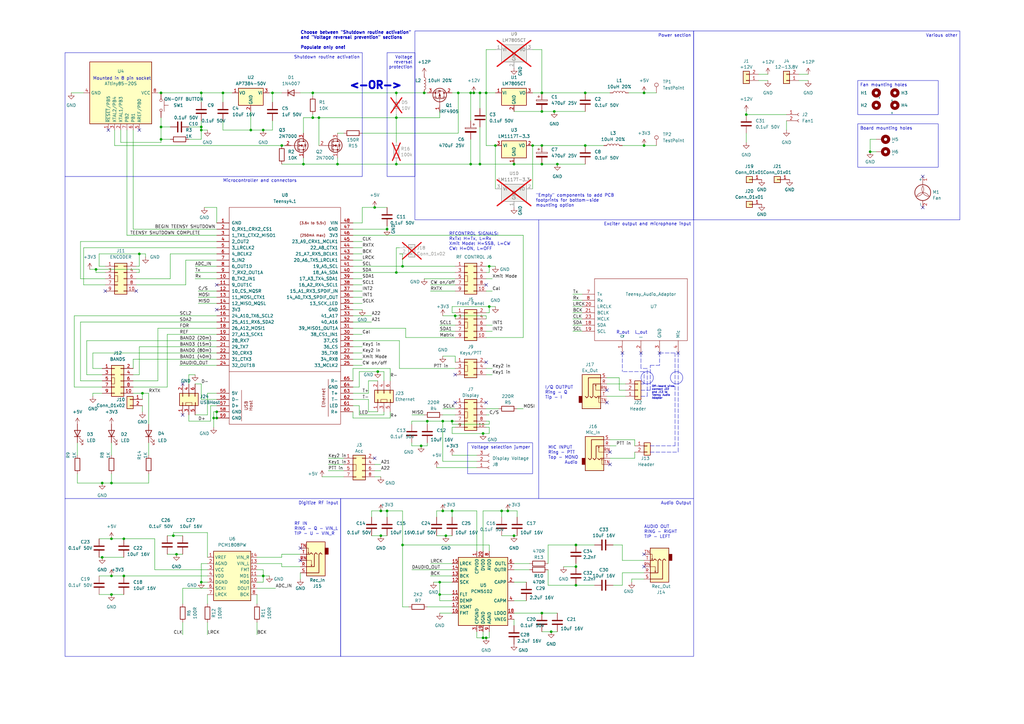
<source format=kicad_sch>
(kicad_sch (version 20230121) (generator eeschema)
  (paper "A3")
  (title_block (title "T41 Main Board") (date "2024-02-03") (rev "V012.6") (comment 1 "         Transcribed to KiCAD by OG King-KI3P") (comment 2 "By Al Peter-AD8GY, Updated by WJ Schmidt-K9HZ"))
  (junction (at 154.94 152.4))
  (junction (at 153.67 85.09))
  (junction (at 39.37 110.49))
  (junction (at 182.88 219.71))
  (junction (at 41.91 198.12))
  (junction (at 236.22 232.41))
  (junction (at 107.95 236.22))
  (junction (at 107.95 53.34))
  (junction (at 165.1 223.52))
  (junction (at 156.21 209.55))
  (junction (at 222.25 45.72))
  (junction (at 228.6 67.31))
  (junction (at 187.96 38.1))
  (junction (at 45.72 220.98))
  (junction (at 194.31 38.1))
  (junction (at 200.66 109.22))
  (junction (at 199.39 38.1))
  (junction (at 162.56 48.26))
  (junction (at 130.81 48.26))
  (junction (at 50.8 220.98))
  (junction (at 66.04 52.07))
  (junction (at 138.43 67.31))
  (junction (at 222.25 67.31))
  (junction (at 115.57 59.69))
  (junction (at 128.27 38.1))
  (junction (at 193.04 38.1))
  (junction (at 208.28 209.55))
  (junction (at 124.46 67.31))
  (junction (at 210.82 219.71))
  (junction (at 200.66 125.73))
  (junction (at 205.74 209.55))
  (junction (at 236.22 240.03))
  (junction (at 172.72 182.88))
  (junction (at 41.91 228.6))
  (junction (at 158.75 93.98))
  (junction (at 82.55 38.1))
  (junction (at 71.12 219.71))
  (junction (at 58.42 161.29))
  (junction (at 102.87 53.34))
  (junction (at 158.75 209.55))
  (junction (at 306.07 46.99))
  (junction (at 173.99 38.1))
  (junction (at 45.72 236.22))
  (junction (at 162.56 111.76))
  (junction (at 264.16 59.69))
  (junction (at 185.42 172.72))
  (junction (at 156.21 219.71))
  (junction (at 222.25 59.69))
  (junction (at 180.34 238.76))
  (junction (at 165.1 109.22))
  (junction (at 203.2 59.69))
  (junction (at 196.85 38.1))
  (junction (at 45.72 243.84))
  (junction (at 111.76 38.1))
  (junction (at 181.61 172.72))
  (junction (at 236.22 223.52))
  (junction (at 91.44 38.1))
  (junction (at 198.12 177.8))
  (junction (at 240.03 38.1))
  (junction (at 193.04 67.31))
  (junction (at 66.04 57.15))
  (junction (at 196.85 67.31))
  (junction (at 181.61 209.55))
  (junction (at 222.25 38.1))
  (junction (at 162.56 38.1))
  (junction (at 66.04 38.1))
  (junction (at 186.69 129.54))
  (junction (at 128.27 48.26))
  (junction (at 226.06 259.08))
  (junction (at 175.26 172.72))
  (junction (at 198.12 261.62))
  (junction (at 180.34 243.84))
  (junction (at 162.56 67.31))
  (junction (at 88.9 168.91))
  (junction (at 199.39 261.62))
  (junction (at 356.87 62.23))
  (junction (at 218.44 59.69))
  (junction (at 222.25 251.46))
  (junction (at 50.8 236.22))
  (junction (at 240.03 59.69))
  (junction (at 82.55 238.76))
  (junction (at 82.55 53.34))
  (junction (at 264.16 38.1))
  (junction (at 57.15 104.14))
  (junction (at 45.72 198.12))
  (junction (at 185.42 209.55))
  (junction (at 87.63 171.45))
  (junction (at 82.55 52.07))
  (junction (at 88.9 171.45))
  (junction (at 227.33 45.72))
  (junction (at 72.39 227.33))
  (junction (at 210.82 67.31))
  (no_connect (at 248.92 160.02))
  (no_connect (at 153.67 187.96))
  (no_connect (at 44.45 53.34))
  (no_connect (at 43.18 119.38))
  (no_connect (at 74.93 170.18))
  (no_connect (at 270.51 144.78))
  (no_connect (at 248.92 165.1))
  (no_connect (at 88.9 127))
  (no_connect (at 123.19 229.87))
  (no_connect (at 378.46 72.39))
  (no_connect (at 57.15 53.34))
  (no_connect (at 74.93 157.48))
  (no_connect (at 250.19 185.42))
  (no_connect (at 88.9 116.84))
  (no_connect (at 255.27 144.78))
  (no_connect (at 378.46 85.09))
  (no_connect (at 186.69 165.1))
  (no_connect (at 264.16 232.41))
  (no_connect (at 250.19 190.5))
  (no_connect (at 264.16 227.33))
  (no_connect (at 199.39 165.1))
  (no_connect (at 55.88 119.38))
  (no_connect (at 278.13 144.78))
  (no_connect (at 262.89 144.78))
  (no_connect (at 199.39 148.59))
  (no_connect (at 186.69 153.67))
  (no_connect (at 199.39 116.84))
  (no_connect (at 123.19 224.79))
  (wire (pts (xy 162.56 48.26) (xy 180.34 48.26)))
  (wire (pts (xy 82.55 238.76) (xy 85.09 238.76)))
  (wire (pts (xy 82.55 38.1) (xy 91.44 38.1)))
  (wire (pts (xy 138.43 67.31) (xy 162.56 67.31)))
  (wire (pts (xy 226.06 259.08) (xy 228.6 259.08)))
  (wire (pts (xy 49.53 53.34) (xy 49.53 58.42)))
  (wire (pts (xy 218.44 20.32) (xy 222.25 20.32)))
  (wire (pts (xy 36.83 110.49) (xy 39.37 110.49)))
  (wire (pts (xy 88.9 106.68) (xy 76.2 106.68)))
  (wire (pts (xy 193.04 67.31) (xy 196.85 67.31)))
  (wire (pts (xy 222.25 20.32) (xy 222.25 38.1)))
  (wire (pts (xy 115.57 227.33) (xy 123.19 227.33)))
  (wire (pts (xy 234.95 130.81) (xy 238.76 130.81)))
  (wire (pts (xy 250.19 182.88) (xy 252.73 182.88)))
  (wire (pts (xy 222.25 251.46) (xy 228.6 251.46)))
  (wire (pts (xy 157.48 156.21) (xy 157.48 152.4)))
  (wire (pts (xy 200.66 173.99) (xy 185.42 173.99)))
  (wire (pts (xy 102.87 53.34) (xy 91.44 53.34)))
  (wire (pts (xy 148.59 85.09) (xy 153.67 85.09)))
  (wire (pts (xy 111.76 38.1) (xy 115.57 38.1)))
  (wire (pts (xy 66.04 57.15) (xy 69.85 57.15)))
  (wire (pts (xy 203.2 20.32) (xy 199.39 20.32)))
  (wire (pts (xy 57.15 109.22) (xy 55.88 109.22)))
  (wire (pts (xy 85.09 228.6) (xy 85.09 218.44)))
  (wire (pts (xy 186.69 128.27) (xy 185.42 128.27)))
  (polyline (pts (xy 276.86 182.88) (xy 276.86 144.78)) (stroke (width 0) (type dash)))
  (wire (pts (xy 54.61 161.29) (xy 58.42 161.29)))
  (wire (pts (xy 124.46 67.31) (xy 138.43 67.31)))
  (wire (pts (xy 50.8 220.98) (xy 63.5 220.98)))
  (wire (pts (xy 144.78 142.24) (xy 148.59 142.24)))
  (wire (pts (xy 69.85 114.3) (xy 55.88 114.3)))
  (wire (pts (xy 222.25 59.69) (xy 240.03 59.69)))
  (wire (pts (xy 199.39 175.26) (xy 200.66 175.26)))
  (polyline (pts (xy 262.89 162.56) (xy 265.43 162.56)) (stroke (width 0) (type dash)))
  (wire (pts (xy 199.39 38.1) (xy 199.39 59.69)))
  (wire (pts (xy 66.04 38.1) (xy 82.55 38.1)))
  (wire (pts (xy 201.93 153.67) (xy 199.39 153.67)))
  (wire (pts (xy 86.36 166.37) (xy 88.9 166.37)))
  (wire (pts (xy 194.31 38.1) (xy 196.85 38.1)))
  (wire (pts (xy 203.2 38.1) (xy 199.39 38.1)))
  (wire (pts (xy 162.56 111.76) (xy 186.69 111.76)))
  (wire (pts (xy 115.57 59.69) (xy 116.84 59.69)))
  (wire (pts (xy 91.44 49.53) (xy 91.44 53.34)))
  (wire (pts (xy 264.16 237.49) (xy 259.08 237.49)))
  (wire (pts (xy 255.27 223.52) (xy 255.27 229.87)))
  (wire (pts (xy 199.39 138.43) (xy 214.63 138.43)))
  (wire (pts (xy 198.12 261.62) (xy 199.39 261.62)))
  (wire (pts (xy 57.15 111.76) (xy 55.88 111.76)))
  (wire (pts (xy 175.26 172.72) (xy 181.61 172.72)))
  (wire (pts (xy 168.91 182.88) (xy 172.72 182.88)))
  (wire (pts (xy 200.66 177.8) (xy 200.66 175.26)))
  (wire (pts (xy 162.56 101.6) (xy 163.83 101.6)))
  (wire (pts (xy 144.78 109.22) (xy 165.1 109.22)))
  (wire (pts (xy 82.55 49.53) (xy 82.55 52.07)))
  (wire (pts (xy 95.25 38.1) (xy 91.44 38.1)))
  (wire (pts (xy 45.72 236.22) (xy 50.8 236.22)))
  (wire (pts (xy 224.79 223.52) (xy 224.79 231.14)))
  (wire (pts (xy 168.91 172.72) (xy 175.26 172.72)))
  (wire (pts (xy 124.46 48.26) (xy 124.46 54.61)))
  (wire (pts (xy 45.72 181.61) (xy 45.72 186.69)))
  (wire (pts (xy 87.63 171.45) (xy 87.63 168.91)))
  (wire (pts (xy 214.63 167.64) (xy 212.09 167.64)))
  (wire (pts (xy 193.04 57.15) (xy 193.04 67.31)))
  (wire (pts (xy 148.59 91.44) (xy 148.59 85.09)))
  (wire (pts (xy 195.58 259.08) (xy 195.58 261.62)))
  (wire (pts (xy 180.34 238.76) (xy 180.34 243.84)))
  (wire (pts (xy 49.53 58.42) (xy 66.04 58.42)))
  (wire (pts (xy 81.28 124.46) (xy 88.9 124.46)))
  (wire (pts (xy 185.42 125.73) (xy 200.66 125.73)))
  (wire (pts (xy 254 154.94) (xy 254 160.02)))
  (wire (pts (xy 124.46 64.77) (xy 124.46 67.31)))
  (wire (pts (xy 175.26 172.72) (xy 175.26 173.99)))
  (wire (pts (xy 57.15 111.76) (xy 57.15 110.49)))
  (wire (pts (xy 115.57 227.33) (xy 115.57 228.6)))
  (wire (pts (xy 144.78 147.32) (xy 148.59 147.32)))
  (wire (pts (xy 144.78 106.68) (xy 148.59 106.68)))
  (polyline (pts (xy 262.89 144.78) (xy 262.89 151.13)) (stroke (width 0) (type dash)))
  (wire (pts (xy 185.42 209.55) (xy 195.58 209.55)))
  (wire (pts (xy 68.58 137.16) (xy 88.9 137.16)))
  (wire (pts (xy 210.82 251.46) (xy 222.25 251.46)))
  (wire (pts (xy 158.75 209.55) (xy 165.1 209.55)))
  (wire (pts (xy 168.91 233.68) (xy 185.42 233.68)))
  (wire (pts (xy 166.37 134.62) (xy 144.78 134.62)))
  (wire (pts (xy 162.56 38.1) (xy 162.56 39.37)))
  (wire (pts (xy 123.19 234.95) (xy 123.19 237.49)))
  (wire (pts (xy 34.29 101.6) (xy 34.29 116.84)))
  (wire (pts (xy 68.58 219.71) (xy 71.12 219.71)))
  (wire (pts (xy 147.32 170.18) (xy 147.32 166.37)))
  (wire (pts (xy 144.78 121.92) (xy 148.59 121.92)))
  (wire (pts (xy 128.27 48.26) (xy 130.81 48.26)))
  (wire (pts (xy 199.39 135.89) (xy 201.93 135.89)))
  (wire (pts (xy 63.5 233.68) (xy 85.09 233.68)))
  (wire (pts (xy 186.69 129.54) (xy 199.39 129.54)))
  (wire (pts (xy 88.9 85.09) (xy 83.82 85.09)))
  (wire (pts (xy 199.39 167.64) (xy 204.47 167.64)))
  (wire (pts (xy 60.96 181.61) (xy 60.96 186.69)))
  (wire (pts (xy 105.41 243.84) (xy 105.41 247.65)))
  (wire (pts (xy 185.42 175.26) (xy 185.42 177.8)))
  (wire (pts (xy 59.69 105.41) (xy 59.69 104.14)))
  (wire (pts (xy 73.66 149.86) (xy 88.9 149.86)))
  (wire (pts (xy 264.16 229.87) (xy 255.27 229.87)))
  (wire (pts (xy 193.04 38.1) (xy 193.04 49.53)))
  (wire (pts (xy 134.62 193.04) (xy 140.97 193.04)))
  (wire (pts (xy 151.13 161.29) (xy 144.78 161.29)))
  (wire (pts (xy 41.91 198.12) (xy 45.72 198.12)))
  (wire (pts (xy 76.2 106.68) (xy 76.2 116.84)))
  (wire (pts (xy 255.27 240.03) (xy 251.46 240.03)))
  (wire (pts (xy 31.75 181.61) (xy 31.75 186.69)))
  (wire (pts (xy 186.69 130.81) (xy 186.69 129.54)))
  (wire (pts (xy 54.61 153.67) (xy 57.15 153.67)))
  (wire (pts (xy 41.91 153.67) (xy 35.56 153.67)))
  (wire (pts (xy 57.15 104.14) (xy 59.69 104.14)))
  (polyline (pts (xy 264.16 157.48) (xy 264.16 152.4)) (stroke (width 0) (type dash)))
  (wire (pts (xy 168.91 173.99) (xy 168.91 172.72)))
  (wire (pts (xy 105.41 233.68) (xy 107.95 233.68)))
  (wire (pts (xy 200.66 125.73) (xy 200.66 128.27)))
  (wire (pts (xy 41.91 158.75) (xy 30.48 158.75)))
  (wire (pts (xy 132.08 195.58) (xy 140.97 195.58)))
  (wire (pts (xy 306.07 46.99) (xy 322.58 46.99)))
  (wire (pts (xy 40.64 220.98) (xy 45.72 220.98)))
  (wire (pts (xy 181.61 209.55) (xy 185.42 209.55)))
  (wire (pts (xy 111.76 49.53) (xy 111.76 53.34)))
  (wire (pts (xy 38.1 144.78) (xy 88.9 144.78)))
  (wire (pts (xy 160.02 171.45) (xy 144.78 171.45)))
  (wire (pts (xy 180.34 243.84) (xy 180.34 246.38)))
  (wire (pts (xy 81.28 121.92) (xy 88.9 121.92)))
  (wire (pts (xy 181.61 129.54) (xy 186.69 129.54)))
  (wire (pts (xy 40.64 104.14) (xy 40.64 109.22)))
  (wire (pts (xy 40.64 228.6) (xy 41.91 228.6)))
  (wire (pts (xy 162.56 38.1) (xy 173.99 38.1)))
  (wire (pts (xy 201.93 114.3) (xy 199.39 114.3)))
  (wire (pts (xy 165.1 104.14) (xy 165.1 109.22)))
  (wire (pts (xy 130.81 48.26) (xy 130.81 59.69)))
  (wire (pts (xy 34.29 101.6) (xy 88.9 101.6)))
  (wire (pts (xy 327.66 30.48) (xy 331.47 30.48)))
  (wire (pts (xy 138.43 64.77) (xy 138.43 67.31)))
  (wire (pts (xy 91.44 38.1) (xy 91.44 41.91)))
  (wire (pts (xy 77.47 153.67) (xy 80.01 153.67)))
  (wire (pts (xy 33.02 114.3) (xy 33.02 99.06)))
  (wire (pts (xy 82.55 53.34) (xy 85.09 53.34)))
  (wire (pts (xy 35.56 139.7) (xy 88.9 139.7)))
  (wire (pts (xy 210.82 238.76) (xy 215.9 238.76)))
  (wire (pts (xy 234.95 135.89) (xy 238.76 135.89)))
  (wire (pts (xy 148.59 54.61) (xy 187.96 54.61)))
  (wire (pts (xy 165.1 109.22) (xy 186.69 109.22)))
  (wire (pts (xy 123.19 232.41) (xy 115.57 232.41)))
  (wire (pts (xy 196.85 67.31) (xy 196.85 52.07)))
  (wire (pts (xy 160.02 168.91) (xy 160.02 171.45)))
  (wire (pts (xy 212.09 209.55) (xy 208.28 209.55)))
  (wire (pts (xy 160.02 156.21) (xy 160.02 151.13)))
  (wire (pts (xy 30.48 158.75) (xy 30.48 129.54)))
  (wire (pts (xy 199.39 20.32) (xy 199.39 38.1)))
  (wire (pts (xy 41.91 156.21) (xy 33.02 156.21)))
  (wire (pts (xy 68.58 158.75) (xy 68.58 137.16)))
  (wire (pts (xy 306.07 54.61) (xy 306.07 58.42)))
  (wire (pts (xy 179.07 209.55) (xy 181.61 209.55)))
  (wire (pts (xy 200.66 125.73) (xy 203.2 125.73)))
  (wire (pts (xy 64.77 134.62) (xy 88.9 134.62)))
  (wire (pts (xy 151.13 168.91) (xy 151.13 163.83)))
  (wire (pts (xy 130.81 48.26) (xy 162.56 48.26)))
  (wire (pts (xy 160.02 151.13) (xy 144.78 151.13)))
  (wire (pts (xy 163.83 139.7) (xy 144.78 139.7)))
  (wire (pts (xy 227.33 45.72) (xy 240.03 45.72)))
  (wire (pts (xy 33.02 132.08) (xy 88.9 132.08)))
  (wire (pts (xy 222.25 259.08) (xy 226.06 259.08)))
  (wire (pts (xy 66.04 57.15) (xy 66.04 52.07)))
  (wire (pts (xy 260.35 185.42) (xy 260.35 187.96)))
  (wire (pts (xy 311.15 30.48) (xy 314.96 30.48)))
  (wire (pts (xy 105.41 241.3) (xy 113.03 241.3)))
  (wire (pts (xy 198.12 209.55) (xy 198.12 226.06)))
  (wire (pts (xy 128.27 38.1) (xy 128.27 39.37)))
  (wire (pts (xy 64.77 156.21) (xy 64.77 134.62)))
  (wire (pts (xy 250.19 180.34) (xy 260.35 180.34)))
  (wire (pts (xy 110.49 38.1) (xy 111.76 38.1)))
  (wire (pts (xy 80.01 170.18) (xy 85.09 170.18)))
  (wire (pts (xy 210.82 233.68) (xy 217.17 233.68)))
  (wire (pts (xy 54.61 151.13) (xy 54.61 147.32)))
  (wire (pts (xy 176.53 119.38) (xy 186.69 119.38)))
  (wire (pts (xy 156.21 219.71) (xy 158.75 219.71)))
  (wire (pts (xy 87.63 171.45) (xy 88.9 171.45)))
  (wire (pts (xy 74.93 260.35) (xy 74.93 255.27)))
  (wire (pts (xy 186.69 175.26) (xy 185.42 175.26)))
  (wire (pts (xy 186.69 148.59) (xy 186.69 146.05)))
  (polyline (pts (xy 265.43 162.56) (xy 265.43 151.13)) (stroke (width 0) (type dash)))
  (polyline (pts (xy 26.67 72.39) (xy 26.67 204.47)))
  (wire (pts (xy 166.37 138.43) (xy 166.37 134.62)))
  (wire (pts (xy 257.81 38.1) (xy 264.16 38.1)))
  (wire (pts (xy 38.1 161.29) (xy 38.1 162.56)))
  (wire (pts (xy 236.22 223.52) (xy 224.79 223.52)))
  (wire (pts (xy 180.34 251.46) (xy 185.42 251.46)))
  (wire (pts (xy 82.55 163.83) (xy 88.9 163.83)))
  (wire (pts (xy 153.67 195.58) (xy 156.21 195.58)))
  (wire (pts (xy 176.53 231.14) (xy 185.42 231.14)))
  (wire (pts (xy 80.01 114.3) (xy 88.9 114.3)))
  (wire (pts (xy 311.15 33.02) (xy 314.96 33.02)))
  (wire (pts (xy 224.79 233.68) (xy 224.79 240.03)))
  (wire (pts (xy 222.25 45.72) (xy 227.33 45.72)))
  (wire (pts (xy 306.07 45.72) (xy 306.07 46.99)))
  (wire (pts (xy 85.09 170.18) (xy 85.09 161.29)))
  (wire (pts (xy 201.93 119.38) (xy 199.39 119.38)))
  (wire (pts (xy 200.66 261.62) (xy 200.66 259.08)))
  (wire (pts (xy 144.78 99.06) (xy 148.59 99.06)))
  (wire (pts (xy 195.58 189.23) (xy 181.61 189.23)))
  (wire (pts (xy 210.82 231.14) (xy 217.17 231.14)))
  (wire (pts (xy 41.91 151.13) (xy 38.1 151.13)))
  (wire (pts (xy 144.78 104.14) (xy 148.59 104.14)))
  (wire (pts (xy 144.78 132.08) (xy 152.4 132.08)))
  (wire (pts (xy 234.95 120.65) (xy 238.76 120.65)))
  (wire (pts (xy 162.56 66.04) (xy 162.56 67.31)))
  (wire (pts (xy 210.82 219.71) (xy 212.09 219.71)))
  (wire (pts (xy 210.82 246.38) (xy 215.9 246.38)))
  (wire (pts (xy 123.19 38.1) (xy 128.27 38.1)))
  (wire (pts (xy 45.72 194.31) (xy 45.72 198.12)))
  (wire (pts (xy 168.91 181.61) (xy 168.91 182.88)))
  (wire (pts (xy 46.99 53.34) (xy 46.99 59.69)))
  (wire (pts (xy 200.66 111.76) (xy 199.39 111.76)))
  (wire (pts (xy 234.95 133.35) (xy 238.76 133.35)))
  (wire (pts (xy 64.77 38.1) (xy 66.04 38.1)))
  (wire (pts (xy 205.74 209.55) (xy 198.12 209.55)))
  (wire (pts (xy 82.55 157.48) (xy 82.55 163.83)))
  (wire (pts (xy 55.88 116.84) (xy 76.2 116.84)))
  (wire (pts (xy 255.27 234.95) (xy 255.27 240.03)))
  (wire (pts (xy 186.69 146.05) (xy 181.61 146.05)))
  (wire (pts (xy 222.25 38.1) (xy 240.03 38.1)))
  (wire (pts (xy 148.59 124.46) (xy 144.78 124.46)))
  (wire (pts (xy 152.4 219.71) (xy 156.21 219.71)))
  (polyline (pts (xy 270.51 144.78) (xy 270.51 149.86)) (stroke (width 0) (type dash)))
  (wire (pts (xy 85.09 255.27) (xy 85.09 260.35)))
  (wire (pts (xy 195.58 261.62) (xy 198.12 261.62)))
  (wire (pts (xy 205.74 219.71) (xy 210.82 219.71)))
  (wire (pts (xy 111.76 38.1) (xy 111.76 41.91)))
  (wire (pts (xy 248.92 154.94) (xy 254 154.94)))
  (wire (pts (xy 87.63 168.91) (xy 88.9 168.91)))
  (wire (pts (xy 52.07 53.34) (xy 52.07 96.52)))
  (wire (pts (xy 107.95 233.68) (xy 107.95 236.22)))
  (wire (pts (xy 205.74 212.09) (xy 205.74 209.55)))
  (wire (pts (xy 66.04 58.42) (xy 66.04 57.15)))
  (wire (pts (xy 144.78 127) (xy 148.59 127)))
  (wire (pts (xy 185.42 209.55) (xy 185.42 212.09)))
  (wire (pts (xy 196.85 38.1) (xy 196.85 44.45)))
  (wire (pts (xy 30.48 129.54) (xy 88.9 129.54)))
  (wire (pts (xy 40.64 236.22) (xy 45.72 236.22)))
  (wire (pts (xy 69.85 104.14) (xy 88.9 104.14)))
  (polyline (pts (xy 266.7 185.42) (xy 278.13 185.42)) (stroke (width 0) (type dash)))
  (wire (pts (xy 66.04 52.07) (xy 69.85 52.07)))
  (wire (pts (xy 199.39 109.22) (xy 200.66 109.22)))
  (wire (pts (xy 151.13 163.83) (xy 144.78 163.83)))
  (wire (pts (xy 153.67 193.04) (xy 156.21 193.04)))
  (wire (pts (xy 87.63 175.26) (xy 87.63 171.45)))
  (wire (pts (xy 77.47 157.48) (xy 77.47 153.67)))
  (wire (pts (xy 147.32 158.75) (xy 147.32 152.4)))
  (polyline (pts (xy 266.7 149.86) (xy 270.51 149.86)) (stroke (width 0) (type dash)))
  (wire (pts (xy 200.66 172.72) (xy 200.66 173.99)))
  (wire (pts (xy 181.61 189.23) (xy 181.61 172.72)))
  (wire (pts (xy 86.36 172.72) (xy 86.36 166.37)))
  (wire (pts (xy 82.55 57.15) (xy 77.47 57.15)))
  (wire (pts (xy 107.95 236.22) (xy 107.95 238.76)))
  (wire (pts (xy 179.07 219.71) (xy 182.88 219.71)))
  (wire (pts (xy 250.19 187.96) (xy 260.35 187.96)))
  (wire (pts (xy 60.96 194.31) (xy 60.96 198.12)))
  (wire (pts (xy 88.9 96.52) (xy 52.07 96.52)))
  (wire (pts (xy 180.34 135.89) (xy 186.69 135.89)))
  (wire (pts (xy 199.39 59.69) (xy 203.2 59.69)))
  (wire (pts (xy 234.95 125.73) (xy 238.76 125.73)))
  (wire (pts (xy 60.96 161.29) (xy 60.96 173.99)))
  (wire (pts (xy 185.42 186.69) (xy 195.58 186.69)))
  (wire (pts (xy 259.08 237.49) (xy 259.08 238.76)))
  (wire (pts (xy 180.34 48.26) (xy 180.34 45.72)))
  (wire (pts (xy 186.69 151.13) (xy 163.83 151.13)))
  (wire (pts (xy 144.78 119.38) (xy 148.59 119.38)))
  (wire (pts (xy 31.75 194.31) (xy 31.75 198.12)))
  (wire (pts (xy 199.39 151.13) (xy 201.93 151.13)))
  (wire (pts (xy 151.13 156.21) (xy 151.13 161.29)))
  (wire (pts (xy 154.94 152.4) (xy 157.48 152.4)))
  (wire (pts (xy 185.42 172.72) (xy 186.69 172.72)))
  (wire (pts (xy 69.85 114.3) (xy 69.85 104.14)))
  (wire (pts (xy 58.42 166.37) (xy 58.42 168.91)))
  (wire (pts (xy 165.1 223.52) (xy 165.1 209.55)))
  (wire (pts (xy 162.56 48.26) (xy 162.56 58.42)))
  (wire (pts (xy 199.39 38.1) (xy 196.85 38.1)))
  (wire (pts (xy 200.66 226.06) (xy 200.66 223.52)))
  (polyline (pts (xy 264.16 152.4) (xy 255.27 152.4)) (stroke (width 0) (type dash)))
  (wire (pts (xy 236.22 231.14) (xy 236.22 232.41)))
  (wire (pts (xy 179.07 191.77) (xy 195.58 191.77)))
  (wire (pts (xy 173.99 114.3) (xy 186.69 114.3)))
  (polyline (pts (xy 262.89 157.48) (xy 264.16 157.48)) (stroke (width 0) (type dash)))
  (wire (pts (xy 185.42 177.8) (xy 198.12 177.8)))
  (wire (pts (xy 41.91 161.29) (xy 38.1 161.29)))
  (wire (pts (xy 144.78 114.3) (xy 148.59 114.3)))
  (wire (pts (xy 74.93 241.3) (xy 85.09 241.3)))
  (wire (pts (xy 41.91 228.6) (xy 50.8 228.6)))
  (wire (pts (xy 45.72 220.98) (xy 50.8 220.98)))
  (wire (pts (xy 77.47 172.72) (xy 86.36 172.72)))
  (wire (pts (xy 162.56 101.6) (xy 162.56 111.76)))
  (wire (pts (xy 144.78 158.75) (xy 147.32 158.75)))
  (wire (pts (xy 322.58 49.53) (xy 322.58 53.34)))
  (polyline (pts (xy 284.48 90.17) (xy 284.48 204.47)))
  (wire (pts (xy 128.27 46.99) (xy 128.27 48.26)))
  (wire (pts (xy 40.64 104.14) (xy 57.15 104.14)))
  (wire (pts (xy 201.93 133.35) (xy 199.39 133.35)))
  (wire (pts (xy 180.34 133.35) (xy 186.69 133.35)))
  (wire (pts (xy 185.42 173.99) (xy 185.42 172.72)))
  (wire (pts (xy 205.74 209.55) (xy 208.28 209.55)))
  (wire (pts (xy 71.12 219.71) (xy 74.93 219.71)))
  (wire (pts (xy 264.16 59.69) (xy 269.24 59.69)))
  (wire (pts (xy 144.78 151.13) (xy 144.78 156.21)))
  (wire (pts (xy 71.12 218.44) (xy 71.12 219.71)))
  (wire (pts (xy 157.48 168.91) (xy 157.48 170.18)))
  (wire (pts (xy 107.95 53.34) (xy 102.87 53.34)))
  (wire (pts (xy 107.95 236.22) (xy 110.49 236.22)))
  (wire (pts (xy 187.96 54.61) (xy 187.96 38.1)))
  (wire (pts (xy 147.32 152.4) (xy 154.94 152.4)))
  (wire (pts (xy 236.22 223.52) (xy 243.84 223.52)))
  (wire (pts (xy 128.27 38.1) (xy 162.56 38.1)))
  (wire (pts (xy 38.1 151.13) (xy 38.1 144.78)))
  (wire (pts (xy 54.61 147.32) (xy 88.9 147.32)))
  (wire (pts (xy 157.48 170.18) (xy 147.32 170.18)))
  (wire (pts (xy 152.4 209.55) (xy 152.4 212.09)))
  (wire (pts (xy 105.41 255.27) (xy 105.41 260.35)))
  (wire (pts (xy 181.61 170.18) (xy 186.69 170.18)))
  (wire (pts (xy 31.75 198.12) (xy 41.91 198.12)))
  (wire (pts (xy 105.41 236.22) (xy 107.95 236.22)))
  (wire (pts (xy 248.92 162.56) (xy 256.54 162.56)))
  (wire (pts (xy 167.64 248.92) (xy 165.1 248.92)))
  (wire (pts (xy 181.61 172.72) (xy 185.42 172.72)))
  (wire (pts (xy 165.1 104.14) (xy 163.83 104.14)))
  (polyline (pts (xy 278.13 144.78) (xy 278.13 185.42)) (stroke (width 0) (type dash)))
  (wire (pts (xy 80.01 157.48) (xy 82.55 157.48)))
  (wire (pts (xy 162.56 46.99) (xy 162.56 48.26)))
  (wire (pts (xy 210.82 254) (xy 210.82 256.54)))
  (wire (pts (xy 77.47 52.07) (xy 82.55 52.07)))
  (wire (pts (xy 200.66 109.22) (xy 203.2 109.22)))
  (wire (pts (xy 228.6 67.31) (xy 240.03 67.31)))
  (wire (pts (xy 163.83 151.13) (xy 163.83 139.7)))
  (wire (pts (xy 255.27 234.95) (xy 264.16 234.95)))
  (wire (pts (xy 33.02 99.06) (xy 88.9 99.06)))
  (wire (pts (xy 43.18 109.22) (xy 40.64 109.22)))
  (wire (pts (xy 181.61 167.64) (xy 186.69 167.64)))
  (wire (pts (xy 147.32 166.37) (xy 144.78 166.37)))
  (wire (pts (xy 43.18 111.76) (xy 39.37 111.76)))
  (wire (pts (xy 63.5 220.98) (xy 63.5 233.68)))
  (wire (pts (xy 173.99 38.1) (xy 175.26 38.1)))
  (wire (pts (xy 176.53 116.84) (xy 186.69 116.84)))
  (wire (pts (xy 144.78 149.86) (xy 148.59 149.86)))
  (wire (pts (xy 46.99 59.69) (xy 115.57 59.69)))
  (wire (pts (xy 212.09 212.09) (xy 212.09 209.55)))
  (polyline (pts (xy 262.89 160.02) (xy 266.7 160.02)) (stroke (width 0) (type dash)))
  (wire (pts (xy 153.67 85.09) (xy 158.75 85.09)))
  (wire (pts (xy 107.95 238.76) (xy 105.41 238.76)))
  (wire (pts (xy 224.79 240.03) (xy 236.22 240.03)))
  (wire (pts (xy 39.37 110.49) (xy 57.15 110.49)))
  (wire (pts (xy 154.94 156.21) (xy 151.13 156.21)))
  (wire (pts (xy 40.64 243.84) (xy 45.72 243.84)))
  (wire (pts (xy 158.75 212.09) (xy 158.75 209.55)))
  (wire (pts (xy 175.26 182.88) (xy 175.26 181.61)))
  (wire (pts (xy 198.12 177.8) (xy 200.66 177.8)))
  (wire (pts (xy 88.9 93.98) (xy 54.61 93.98)))
  (wire (pts (xy 43.18 116.84) (xy 34.29 116.84)))
  (wire (pts (xy 172.72 182.88) (xy 175.26 182.88)))
  (wire (pts (xy 144.78 91.44) (xy 148.59 91.44)))
  (wire (pts (xy 138.43 54.61) (xy 140.97 54.61)))
  (wire (pts (xy 158.75 93.98) (xy 144.78 93.98)))
  (wire (pts (xy 82.55 38.1) (xy 82.55 41.91)))
  (wire (pts (xy 255.27 223.52) (xy 251.46 223.52)))
  (wire (pts (xy 144.78 101.6) (xy 148.59 101.6)))
  (wire (pts (xy 80.01 109.22) (xy 88.9 109.22)))
  (wire (pts (xy 234.95 128.27) (xy 238.76 128.27)))
  (wire (pts (xy 264.16 38.1) (xy 269.24 38.1)))
  (wire (pts (xy 82.55 231.14) (xy 82.55 238.76)))
  (wire (pts (xy 200.66 170.18) (xy 199.39 170.18)))
  (wire (pts (xy 165.1 248.92) (xy 165.1 223.52)))
  (wire (pts (xy 45.72 243.84) (xy 50.8 243.84)))
  (wire (pts (xy 144.78 116.84) (xy 148.59 116.84)))
  (wire (pts (xy 153.67 190.5) (xy 156.21 190.5)))
  (wire (pts (xy 134.62 190.5) (xy 140.97 190.5)))
  (wire (pts (xy 185.42 38.1) (xy 187.96 38.1)))
  (wire (pts (xy 154.94 168.91) (xy 151.13 168.91)))
  (wire (pts (xy 134.62 187.96) (xy 140.97 187.96)))
  (wire (pts (xy 85.09 243.84) (xy 85.09 247.65)))
  (wire (pts (xy 255.27 59.69) (xy 264.16 59.69)))
  (wire (pts (xy 85.09 218.44) (xy 71.12 218.44)))
  (polyline (pts (xy 220.98 90.17) (xy 220.98 204.47)))
  (wire (pts (xy 156.21 209.55) (xy 152.4 209.55)))
  (wire (pts (xy 50.8 236.22) (xy 85.09 236.22)))
  (wire (pts (xy 58.42 161.29) (xy 60.96 161.29)))
  (wire (pts (xy 214.63 96.52) (xy 144.78 96.52)))
  (wire (pts (xy 58.42 161.29) (xy 58.42 163.83)))
  (wire (pts (xy 144.78 171.45) (xy 144.78 168.91)))
  (wire (pts (xy 193.04 38.1) (xy 194.31 38.1)))
  (wire (pts (xy 105.41 231.14) (xy 115.57 231.14)))
  (wire (pts (xy 77.47 170.18) (xy 77.47 172.72)))
  (wire (pts (xy 85.09 161.29) (xy 88.9 161.29)))
  (wire (pts (xy 88.9 168.91) (xy 88.9 171.45)))
  (wire (pts (xy 115.57 228.6) (xy 105.41 228.6)))
  (wire (pts (xy 180.34 246.38) (xy 185.42 246.38)))
  (wire (pts (xy 195.58 209.55) (xy 195.58 226.06)))
  (wire (pts (xy 200.66 128.27) (xy 199.39 128.27)))
  (wire (pts (xy 177.8 238.76) (xy 180.34 238.76)))
  (wire (pts (xy 356.87 62.23) (xy 359.41 62.23)))
  (wire (pts (xy 210.82 67.31) (xy 222.25 67.31)))
  (wire (pts (xy 234.95 123.19) (xy 238.76 123.19)))
  (polyline (pts (xy 266.7 160.02) (xy 266.7 149.86)) (stroke (width 0) (type dash)))
  (wire (pts (xy 168.91 170.18) (xy 173.99 170.18)))
  (wire (pts (xy 148.59 137.16) (xy 144.78 137.16)))
  (wire (pts (xy 218.44 59.69) (xy 218.44 77.47)))
  (wire (pts (xy 214.63 138.43) (xy 214.63 96.52)))
  (wire (pts (xy 185.42 238.76) (xy 180.34 238.76)))
  (wire (pts (xy 200.66 109.22) (xy 200.66 111.76)))
  (wire (pts (xy 72.39 227.33) (xy 74.93 227.33)))
  (wire (pts (xy 327.66 33.02) (xy 331.47 33.02)))
  (wire (pts (xy 144.78 129.54) (xy 152.4 129.54)))
  (wire (pts (xy 222.25 67.31) (xy 228.6 67.31)))
  (wire (pts (xy 210.82 45.72) (xy 222.25 45.72)))
  (wire (pts (xy 165.1 223.52) (xy 200.66 223.52)))
  (wire (pts (xy 240.03 38.1) (xy 250.19 38.1)))
  (wire (pts (xy 158.75 209.55) (xy 156.21 209.55)))
  (wire (pts (xy 68.58 227.33) (xy 72.39 227.33)))
  (wire (pts (xy 356.87 57.15) (xy 356.87 62.23)))
  (wire (pts (xy 88.9 91.44) (xy 88.9 85.09)))
  (wire (pts (xy 199.39 172.72) (xy 200.66 172.72)))
  (wire (pts (xy 240.03 59.69) (xy 247.65 59.69)))
  (wire (pts (xy 187.96 38.1) (xy 193.04 38.1)))
  (wire (pts (xy 115.57 67.31) (xy 124.46 67.31)))
  (wire (pts (xy 39.37 111.76) (xy 39.37 110.49)))
  (wire (pts (xy 198.12 259.08) (xy 198.12 261.62)))
  (wire (pts (xy 186.69 138.43) (xy 166.37 138.43)))
  (wire (pts (xy 74.93 247.65) (xy 74.93 241.3)))
  (wire (pts (xy 218.44 59.69) (xy 222.25 59.69)))
  (wire (pts (xy 254 160.02) (xy 256.54 160.02)))
  (wire (pts (xy 162.56 67.31) (xy 193.04 67.31)))
  (wire (pts (xy 210.82 67.31) (xy 196.85 67.31)))
  (wire (pts (xy 182.88 219.71) (xy 185.42 219.71)))
  (wire (pts (xy 57.15 142.24) (xy 88.9 142.24)))
  (wire (pts (xy 35.56 153.67) (xy 35.56 139.7)))
  (wire (pts (xy 248.92 157.48) (xy 256.54 157.48)))
  (polyline (pts (xy 255.27 144.78) (xy 255.27 152.4)) (stroke (width 0) (type dash)))
  (wire (pts (xy 144.78 144.78) (xy 148.59 144.78)))
  (wire (pts (xy 158.75 93.98) (xy 158.75 92.71)))
  (wire (pts (xy 176.53 236.22) (xy 185.42 236.22)))
  (wire (pts (xy 43.18 114.3) (xy 33.02 114.3)))
  (polyline (pts (xy 265.43 151.13) (xy 262.89 151.13)) (stroke (width 0) (type dash)))
  (wire (pts (xy 199.39 129.54) (xy 199.39 130.81)))
  (wire (pts (xy 82.55 231.14) (xy 85.09 231.14)))
  (wire (pts (xy 185.42 128.27) (xy 185.42 125.73)))
  (wire (pts (xy 54.61 53.34) (xy 54.61 93.98)))
  (wire (pts (xy 54.61 156.21) (xy 64.77 156.21)))
  (wire (pts (xy 111.76 53.34) (xy 107.95 53.34)))
  (wire (pts (xy 33.02 156.21) (xy 33.02 132.08)))
  (wire (pts (xy 115.57 232.41) (xy 115.57 231.14)))
  (polyline (pts (xy 270.51 144.78) (xy 276.86 144.78)) (stroke (width 0) (type dash)))
  (wire (pts (xy 82.55 53.34) (xy 82.55 57.15)))
  (wire (pts (xy 180.34 243.84) (xy 185.42 243.84)))
  (wire (pts (xy 57.15 153.67) (xy 57.15 142.24)))
  (wire (pts (xy 29.21 38.1) (xy 34.29 38.1)))
  (wire (pts (xy 236.22 240.03) (xy 243.84 240.03)))
  (wire (pts (xy 80.01 111.76) (xy 88.9 111.76)))
  (wire (pts (xy 231.14 232.41) (xy 236.22 232.41)))
  (wire (pts (xy 199.39 261.62) (xy 200.66 261.62)))
  (polyline (pts (xy 266.7 182.88) (xy 276.86 182.88)) (stroke (width 0) (type dash)))
  (wire (pts (xy 260.35 180.34) (xy 260.35 182.88)))
  (wire (pts (xy 102.87 45.72) (xy 102.87 53.34)))
  (wire (pts (xy 179.07 212.09) (xy 179.07 209.55)))
  (wire (pts (xy 45.72 198.12) (xy 60.96 198.12)))
  (wire (pts (xy 82.55 52.07) (xy 82.55 53.34)))
  (wire (pts (xy 218.44 38.1) (xy 222.25 38.1)))
  (wire (pts (xy 175.26 248.92) (xy 185.42 248.92)))
  (wire (pts (xy 359.41 57.15) (xy 356.87 57.15)))
  (wire (pts (xy 57.15 104.14) (xy 57.15 109.22)))
  (wire (pts (xy 81.28 119.38) (xy 88.9 119.38)))
  (wire (pts (xy 124.46 48.26) (xy 128.27 48.26)))
  (wire (pts (xy 203.2 59.69) (xy 203.2 77.47)))
  (wire (pts (xy 144.78 111.76) (xy 162.56 111.76)))
  (wire (pts (xy 54.61 158.75) (xy 68.58 158.75)))
  (wire (pts (xy 66.04 52.07) (xy 66.04 48.26)))
  (circle (center 277.495 154.94) (radius 2.54))
  (circle (center 265.43 154.94) (radius 2.54))
  (text_box "Various other" (at 284.48 12.7 0) (size 109.22 77.47) (effects (font (size 1.27 1.27)) (justify right top)))
  (text_box "Voltage selection jumper" (at 191.77 181.61 0) (size 26.67 12.7) (effects (font (size 1.27 1.27)) (justify right top)))
  (text_box "Fan mounting holes" (at 351.79 33.02 0) (size 33.02 13.97) (effects (font (size 1.27 1.27)) (justify left top)))
  (text_box "Power section" (at 170.18 12.7 0) (size 114.3 77.47) (effects (font (size 1.27 1.27)) (justify right top)))
  (text_box "Digitize RF input" (at 26.67 204.47 0) (size 113.03 64.77) (effects (font (size 1.27 1.27)) (justify right top)))
  (text_box "Audio Output" (at 139.7 204.47 0) (size 144.78 64.77) (effects (font (size 1.27 1.27)) (justify right top)))
  (text_box "Shutdown routine activation" (at 26.67 21.59 0) (size 121.92 50.8) (effects (font (size 1.27 1.27)) (justify right top)))
  (text_box "Voltage\nreversal\nprotection" (at 158.75 21.59 0) (size 11.43 50.8) (effects (font (size 1.27 1.27)) (justify right top)))
  (text_box "Board mounting holes" (at 351.79 50.8 0) (size 33.02 17.78) (effects (font (size 1.27 1.27)) (justify left top)))
  (text "Mounted in 8 pin socket" (at 38.1 33.02 0) (effects (font (size 1.27 1.27)) (justify left bottom)))
  (text "MIC INPUT\nRing - PTT\nTop - MONO \n       Audio" (at 224.79 190.5 0) (effects (font (size 1.27 1.27)) (justify left bottom)))
  (text "<-OR->" (at 165.1 36.83 0) (effects (font (size 3 3) (thickness 0.8) bold) (justify right bottom)))
  (text "RF IN\nRING - Q - VIN_L\nTIP - U - VIN_R" (at 120.65 219.71 0) (effects (font (size 1.27 1.27)) (justify left bottom)))
  (text "I/Q OUTPUT\nRing - Q\nTip - I" (at 223.52 163.83 0) (effects (font (size 1.27 1.27)) (justify left bottom)))
  (text "AUDIO OUT\nRING - RIGHT\nTIP - LEFT" (at 264.16 220.98 0) (effects (font (size 1.27 1.27)) (justify left bottom)))
  (text "L_out" (at 260.35 137.16 0) (effects (font (size 1.27 1.27)) (justify left bottom)))
  (text "Microcontroller and connectors" (at 91.44 74.93 0) (effects (font (size 1.27 1.27)) (justify left bottom)))
  (text "\"Empty\" components to add PCB \nfootprints for bottom-side\nmounting option" (at 219.71 85.09 0) (effects (font (size 1.27 1.27)) (justify left bottom)))
  (text "Off-board wires \nconnect J22 \nand J13 to \nTeensy Audio \nAdaptor" (at 267.335 163.83 0) (effects (font (size 0.75 0.75)) (justify left bottom)))
  (text "Choose between \"Shutdown routine activation\"\nand \"Voltage reversal prevention\" sections\n\nPopulate only one!" (at 123.19 20.32 0) (effects (font (size 1.27 1.27) (thickness 0.254) bold) (justify left bottom)))
  (text "RFCONTROL SIGNALS:\nRxTx: H=Tx, L=Rx\nXmit Mode: H=SSB, L=CW\nCW: H=ON, L=OFF" (at 184.15 102.87 0) (effects (font (size 1.27 1.27)) (justify left bottom)))
  (text "Exciter output and microphone input" (at 247.65 92.71 0) (effects (font (size 1.27 1.27)) (justify left bottom)))
  (text "R_out" (at 252.73 137.16 0) (effects (font (size 1.27 1.27)) (justify left bottom)))
  (label "Key1 in" (at 134.62 190.5 0))
  (label "A21" (at 156.21 190.5 0))
  (label "REF" (at 73.66 137.16 0))
  (label "T+" (at 148.59 161.29 0))
  (label "BAND2 (20m)" (at 73.66 139.7 0))
  (label "R-" (at 160.02 154.94 0))
  (label "BAND0 (80m)" (at 73.66 144.78 0))
  (label "PTT in" (at 252.73 182.88 0))
  (label "MISO" (at 168.91 170.18 0))
  (label "RXTX" (at 148.59 101.6 0))
  (label "ADC_IN" (at 80.01 109.22 0))
  (label "Xmit Mode" (at 148.59 147.32 0))
  (label "SDA1" (at 148.59 114.3 0))
  (label "Cal" (at 148.59 137.16 0))
  (label "Key2 in" (at 134.62 187.96 0))
  (label "Rx" (at 234.95 123.19 0))
  (label "BCK" (at 148.59 104.14 0))
  (label "PTT in" (at 177.8 151.13 0))
  (label "PTT in" (at 134.62 193.04 0))
  (label "Key2 in" (at 148.59 144.78 0))
  (label "RXTX" (at 176.53 119.38 0))
  (label "ADC_IN" (at 113.03 241.3 0))
  (label "TEENSY SHUTDOWN COMPLETE" (at 53.34 96.52 0))
  (label "CW on{slash}off" (at 148.59 149.86 0))
  (label "C{slash}S" (at 200.66 170.18 0))
  (label "SCL2" (at 73.66 129.54 0))
  (label "SCL" (at 234.95 135.89 0))
  (label "LRCK" (at 148.59 106.68 0))
  (label "Matrix" (at 180.34 138.43 0))
  (label "MOSI" (at 214.63 167.64 0))
  (label "R+" (at 160.02 171.45 0))
  (label "A22" (at 156.21 193.04 0))
  (label "INT2" (at 201.93 135.89 0))
  (label "SCLK" (at 148.59 124.46 0))
  (label "BCK" (at 234.95 128.27 0))
  (label "Cal" (at 201.93 119.38 0))
  (label "SCL" (at 148.59 109.22 0))
  (label "Key2 in" (at 201.93 151.13 0))
  (label "LRCK" (at 85.09 260.35 0))
  (label "C{slash}S" (at 81.28 119.38 0))
  (label "CW on{slash}off" (at 176.53 116.84 0))
  (label "SDA" (at 234.95 133.35 0))
  (label "LRCK" (at 176.53 231.14 0))
  (label "INT2" (at 148.59 119.38 0))
  (label "BCK" (at 105.41 260.35 0))
  (label "INT1" (at 201.93 133.35 0))
  (label "SDA" (at 148.59 111.76 0))
  (label "BAND1 (40m)" (at 73.66 147.32 0))
  (label "CLK" (at 74.93 260.35 180))
  (label "LED" (at 147.32 170.18 0))
  (label "CLK" (at 148.59 99.06 0))
  (label "INT1" (at 148.59 121.92 0))
  (label "SCLK" (at 181.61 167.64 0))
  (label "LRCK" (at 234.95 125.73 0))
  (label "D+" (at 81.28 172.72 0))
  (label "MOSI" (at 81.28 121.92 0))
  (label "SDA2" (at 73.66 132.08 0))
  (label "MISO" (at 81.28 124.46 0))
  (label "BAND3 (15m)" (at 73.66 142.24 0))
  (label "RXTX" (at 60.96 161.29 0))
  (label "Key1 in" (at 148.59 142.24 0))
  (label "Tx" (at 80.01 111.76 0))
  (label "DAUDIO_OUT" (at 73.66 149.86 0))
  (label "DAUDIO_OUT" (at 168.91 233.68 0))
  (label "FOR" (at 73.66 134.62 0))
  (label "A22" (at 152.4 129.54 0))
  (label "BCK" (at 176.53 236.22 0))
  (label "A21" (at 152.4 132.08 0))
  (label "Key1 in" (at 201.93 153.67 0))
  (label "SCL1" (at 180.34 133.35 0))
  (label "SDA1" (at 180.34 135.89 0))
  (label "CLK" (at 234.95 130.81 0))
  (label "Xmit Mode" (at 201.93 114.3 0))
  (label "T-" (at 148.59 163.83 0))
  (label "D-" (at 82.55 157.48 0))
  (label "Tx" (at 234.95 120.65 0))
  (label "SCL1" (at 148.59 116.84 0))
  (label "BEGIN TEENSY SHUTDOWN" (at 63.5 93.98 0))
  (label "Rx" (at 80.01 114.3 0))
  (symbol (lib_id "Connector:TestPoint") (at 269.24 59.69 0) (unit 1)
    (property "Reference" "TP2" (at 271.78 55.118 0) (effects (justify left)))
    (property "Value" "TestPoint" (at 271.78 57.658 0) (effects (justify left)))
    (property "Footprint" "Connector_PinHeader_2.54mm:PinHeader_1x01_P2.54mm_Vertical" (effects hide))
    (property "Tayda" "A-1298" (effects hide))
  )
  (symbol (lib_id "Device:C") (at 185.42 215.9 0) (unit 1)
    (property "Reference" "C25" (at 189.23 214.63 0) (effects (justify left)))
    (property "Value" "10uF 16V" (at 186.69 218.44 0) (effects (justify left)))
    (property "Footprint" "Capacitor_SMD:C_1206_3216Metric" (effects hide))
    (property "Mouser" "80-C1206C106K4P" (effects hide))
  )
  (symbol (lib_id "power:GND") (at 59.69 105.41 0) (unit 1)
    (property "Reference" "#PWR01" (effects hide))
    (property "Value" "GND" (at 63.5 105.41 0))
  )
  (symbol (lib_id "Connector_Audio:AudioJack3_SwitchTR") (at 243.84 157.48 0) (unit 1)
    (property "Reference" "J17" (at 241.935 149.5257 0))
    (property "Value" "Ex_Out" (at 241.935 151.9499 0))
    (property "Footprint" "T41_Library:Jack_3.5mm_STX-3081_Horizontal" (effects hide))
    (property "Mouser" "490-SJ1-3515N " (effects hide))
  )
  (symbol (lib_id "Device:C_Polarized") (at 193.04 53.34 0) (mirror y) (unit 1)
    (property "Reference" "C6" (at 190.5 57.15 0) (effects (justify left)))
    (property "Value" "470uF 25V" (at 190.5 59.69 0) (effects (justify left)))
    (property "Footprint" "Capacitor_THT:CP_Radial_D10.0mm_P5.00mm" (effects hide))
    (property "Mouser" "667-ECA-1EM471" (effects hide))
  )
  (symbol (lib_id "Transistor_FET:IRF4905") (at 180.34 40.64 270) (mirror x) (unit 1)
    (property "Reference" "Q1" (at 184.15 43.18 90))
    (property "Value" "IRF4905" (at 184.15 45.72 90))
    (property "Footprint" "Package_TO_SOT_THT:TO-220-3_Vertical" (effects hide))
    (property "Datasheet" "http://www.infineon.com/dgdl/irf4905.pdf?fileId=5546d462533600a4015355e32165197c" (effects hide))
    (property "Mouser" "942-IRF4905PBF" (effects hide))
  )
  (symbol (lib_id "Device:C") (at 152.4 215.9 0) (unit 1)
    (property "Reference" "C14" (at 146.05 214.63 0) (effects (justify left)))
    (property "Value" "0.1uF 50V" (at 142.24 218.44 0) (effects (justify left)))
    (property "Footprint" "Capacitor_SMD:C_1206_3216Metric" (effects hide))
    (property "Mouser" "C1206C104K5RACTU" (effects hide))
  )
  (symbol (lib_id "Device:R") (at 74.93 251.46 180) (unit 1)
    (property "Reference" "R6" (at 77.47 251.46 90))
    (property "Value" "100R" (at 80.01 251.46 90))
    (property "Footprint" "Resistor_SMD:R_1206_3216Metric" (effects hide))
    (property "Mouser" "652-CR1206FX-1000ELF" (effects hide))
  )
  (symbol (lib_id "Device:D_Zener") (at 162.56 43.18 270) (unit 1) (dnp yes)
    (property "Reference" "D5" (at 164.592 41.9679 90) (effects (justify left)))
    (property "Value" "10V" (at 164.592 44.3921 90) (effects (justify left)))
    (property "Footprint" "Diode_SMD:D_SMA" (effects hide))
    (property "Mouser" "78-MMSZ5240C-E3-08" (effects hide))
  )
  (symbol (lib_id "Device:R") (at 115.57 63.5 0) (unit 1)
    (property "Reference" "R2" (at 118.11 62.23 0) (effects (justify left)))
    (property "Value" "10K" (at 118.11 64.77 0) (effects (justify left)))
    (property "Footprint" "Resistor_SMD:R_1206_3216Metric" (effects hide))
    (property "Mouser" "CRCW120610K0FKEB" (effects hide))
  )
  (symbol (lib_id "Device:C") (at 215.9 242.57 0) (unit 1)
    (property "Reference" "C29" (at 219.71 241.3 0) (effects (justify left)))
    (property "Value" "2.2uF 16V" (at 217.17 245.11 0) (effects (justify left)))
    (property "Footprint" "Capacitor_SMD:C_1206_3216Metric" (effects hide))
    (property "Mouser" "80-C1206C225K5R" (effects hide))
  )
  (symbol (lib_id "power:GND") (at 82.55 238.76 0) (unit 1)
    (property "Reference" "#PWR017" (effects hide))
    (property "Value" "GND" (at 78.74 240.03 0))
  )
  (symbol (lib_id "power:GND") (at 45.72 243.84 0) (unit 1)
    (property "Reference" "#PWR020" (effects hide))
    (property "Value" "GND" (at 45.72 248.92 0))
  )
  (symbol (lib_id "power:GND") (at 85.09 53.34 0) (unit 1)
    (property "Reference" "#PWR015" (effects hide))
    (property "Value" "GND" (at 85.09 58.42 0))
  )
  (symbol (lib_id "Device:C") (at 240.03 63.5 0) (unit 1)
    (property "Reference" "C8" (at 243.84 62.23 0) (effects (justify left)))
    (property "Value" "0.1uF 50V" (at 243.84 64.77 0) (effects (justify left)))
    (property "Footprint" "Capacitor_SMD:C_1206_3216Metric" (effects hide))
    (property "Mouser" "C1206C104K5RACTU" (effects hide))
  )
  (symbol (lib_id "Switch:SW_Push") (at 66.04 43.18 270) (unit 1)
    (property "Reference" "SW1" (at 71.12 43.18 90) (effects (justify left)))
    (property "Value" "ON-OFF BUTTON" (at 67.31 40.64 90) (effects (justify left)))
    (property "Footprint" "Connector_PinHeader_2.54mm:PinHeader_1x02_P2.54mm_Vertical" (effects hide))
    (property "Tayda" "A-4720" (effects hide))
  )
  (symbol (lib_id "T41:IDC_2x5") (at 191.77 133.35 0) (unit 1)
    (property "Reference" "J5" (at 193.04 122.8557 0))
    (property "Value" "Front Panel" (at 193.04 124.46 0))
    (property "Footprint" "Connector_IDC:IDC-Header_2x05_P2.54mm_Vertical" (effects hide))
    (property "Tayda" "A-2939" (effects hide))
  )
  (symbol (lib_id "Regulator_Linear:LM1117T-3.3") (at 210.82 59.69 0) (unit 1)
    (property "Reference" "U3" (at 210.82 53.34 0))
    (property "Value" "LM1117T-3.3" (at 210.82 55.88 0))
    (property "Footprint" "Package_TO_SOT_THT:TO-220-3_Vertical" (effects hide))
    (property "Datasheet" "http://www.ti.com/lit/ds/symlink/lm1117.pdf" (effects hide))
    (property "Mouser" "926-LM1117T-3.3/NOPB" (effects hide))
  )
  (symbol (lib_id "Device:C") (at 74.93 223.52 0) (unit 1)
    (property "Reference" "C27" (at 76.2 213.36 0) (effects (justify left)))
    (property "Value" "10uF 16V" (at 73.66 215.9 0) (effects (justify left)))
    (property "Footprint" "Capacitor_SMD:C_1206_3216Metric" (effects hide))
    (property "Mouser" "80-C1206C106K4P" (effects hide))
  )
  (symbol (lib_id "Device:C") (at 40.64 240.03 0) (unit 1)
    (property "Reference" "C19" (at 33.02 237.49 0) (effects (justify left)))
    (property "Value" "0.1uF 50V" (at 27.94 240.03 0) (effects (justify left)))
    (property "Footprint" "Capacitor_SMD:C_1206_3216Metric" (effects hide))
    (property "Mouser" "C1206C104K5RACTU" (effects hide))
  )
  (symbol (lib_id "Device:C") (at 196.85 48.26 0) (unit 1)
    (property "Reference" "C3" (at 200.66 46.99 0) (effects (justify left)))
    (property "Value" "0.1uF 50V" (at 200.66 49.53 0) (effects (justify left)))
    (property "Footprint" "Capacitor_SMD:C_1206_3216Metric" (effects hide))
    (property "Mouser" "C1206C104K5RACTU" (effects hide))
  )
  (symbol (lib_id "Transistor_FET:2N7000") (at 135.89 59.69 0) (unit 1)
    (property "Reference" "Q2" (at 129.54 62.23 0) (effects (justify left)))
    (property "Value" "2N7000" (at 129.54 64.77 0) (effects (justify left)))
    (property "Footprint" "Package_TO_SOT_THT:TO-92_Inline" (effects hide))
    (property "Datasheet" "https://www.vishay.com/docs/70226/70226.pdf" (effects hide))
    (property "Mouser" "512-2N7000BU" (effects hide))
  )
  (symbol (lib_id "Transistor_FET:2N7000") (at 121.92 59.69 0) (unit 1)
    (property "Reference" "Q3" (at 114.3 53.34 0) (effects (justify left)))
    (property "Value" "2N7000" (at 114.3 55.88 0) (effects (justify left)))
    (property "Footprint" "Package_TO_SOT_THT:TO-92_Inline" (effects hide))
    (property "Datasheet" "https://www.vishay.com/docs/70226/70226.pdf" (effects hide))
    (property "Mouser" "512-2N7000BU" (effects hide))
  )
  (symbol (lib_id "power:GND") (at 312.42 73.66 0) (unit 1)
    (property "Reference" "#PWR059" (effects hide))
    (property "Value" "GND" (at 312.42 77.7931 0))
  )
  (symbol (lib_id "power:GND") (at 210.82 85.09 0) (unit 1)
    (property "Reference" "#PWR063" (effects hide))
    (property "Value" "GND" (at 213.36 86.36 90))
  )
  (symbol (lib_id "Device:C") (at 228.6 255.27 0) (unit 1)
    (property "Reference" "C21" (at 232.41 254 0) (effects (justify left)))
    (property "Value" "10uF 16V" (at 229.87 257.81 0) (effects (justify left)))
    (property "Footprint" "Capacitor_SMD:C_1206_3216Metric" (effects hide))
    (property "Mouser" "80-C1206C106K4P" (effects hide))
  )
  (symbol (lib_id "T41_Library:IDC_2x4") (at 146.05 193.04 0) (unit 1)
    (property "Reference" "J3" (at 147.32 182.5457 0))
    (property "Value" "Acc" (at 147.32 184.9699 0))
    (property "Footprint" "Connector_IDC:IDC-Header_2x04_P2.54mm_Vertical" (effects hide))
    (property "Tayda" "A-2948" (effects hide))
  )
  (symbol (lib_id "Device:C") (at 306.07 50.8 0) (unit 1)
    (property "Reference" "C31" (at 309.88 49.53 0) (effects (justify left)))
    (property "Value" "0.1uF 50V" (at 309.88 52.07 0) (effects (justify left)))
    (property "Footprint" "Capacitor_SMD:C_1206_3216Metric" (effects hide))
    (property "Mouser" "C1206C104K5RACTU" (effects hide))
  )
  (symbol (lib_id "power:GND") (at 180.34 251.46 0) (unit 1)
    (property "Reference" "#PWR029" (effects hide))
    (property "Value" "GND" (at 180.34 256.54 0))
  )
  (symbol (lib_id "Mechanical:MountingHole") (at 359.41 43.18 90) (unit 1)
    (property "Reference" "H2" (at 354.33 43.18 90))
    (property "Value" "~" (at 360.6221 40.64 0) (effects (justify left)))
    (property "Footprint" "MountingHole:MountingHole_3mm_Pad" (effects hide))
  )
  (symbol (lib_id "Device:C") (at 158.75 215.9 0) (unit 1)
    (property "Reference" "C15" (at 162.56 214.63 0) (effects (justify left)))
    (property "Value" "10uF 16V" (at 160.02 218.44 0) (effects (justify left)))
    (property "Footprint" "Capacitor_SMD:C_1206_3216Metric" (effects hide))
    (property "Mouser" "80-C1206C106K4P" (effects hide))
  )
  (symbol (lib_id "Device:C") (at 222.25 255.27 0) (unit 1)
    (property "Reference" "C20" (at 215.9 254 0) (effects (justify left)))
    (property "Value" "0.1uF 50V" (at 213.36 256.54 0) (effects (justify left)))
    (property "Footprint" "Capacitor_SMD:C_1206_3216Metric" (effects hide))
    (property "Mouser" "C1206C104K5RACTU" (effects hide))
  )
  (symbol (lib_id "power:GND") (at 356.87 62.23 0) (unit 1)
    (property "Reference" "#PWR053" (effects hide))
    (property "Value" "GND" (at 356.87 66.3631 0))
  )
  (symbol (lib_id "Connector_Audio:AudioJack3_SwitchTR") (at 128.27 232.41 180) (unit 1)
    (property "Reference" "J15" (at 130.175 240.3643 0))
    (property "Value" "Rec_In" (at 130.175 237.9401 0))
    (property "Footprint" "T41_Library:Jack_3.5mm_STX-3081_Horizontal" (effects hide))
    (property "Mouser" "490-SJ1-3515N " (effects hide))
  )
  (symbol (lib_id "power:+12P") (at 331.47 30.48 0) (unit 1)
    (property "Reference" "#PWR054" (effects hide))
    (property "Value" "+12P" (at 331.47 25.4 0))
  )
  (symbol (lib_id "Connector_Generic:Conn_01x03") (at 261.62 160.02 0) (mirror x) (unit 1)
    (property "Reference" "J22" (at 261.62 165.1 0))
    (property "Value" "Header" (at 261.62 167.64 0))
    (property "Footprint" "Connector_PinHeader_2.54mm:PinHeader_1x03_P2.54mm_Vertical" (effects hide))
    (property "Tayda" "A-6153" (effects hide))
  )
  (symbol (lib_id "power:GND") (at 110.49 236.22 0) (unit 1)
    (property "Reference" "#PWR016" (effects hide))
    (property "Value" "GND" (at 114.3 237.49 0))
  )
  (symbol (lib_id "Device:R") (at 31.75 190.5 180) (unit 1)
    (property "Reference" "R9" (at 27.94 186.69 90))
    (property "Value" "1K" (at 30.48 186.69 90))
    (property "Footprint" "Resistor_SMD:R_1206_3216Metric" (effects hide))
    (property "Mouser" "CRCW12061K00JNEAC" (effects hide))
  )
  (symbol (lib_id "Device:C_Polarized") (at 222.25 63.5 0) (unit 1)
    (property "Reference" "C7" (at 226.06 61.341 0) (effects (justify left)))
    (property "Value" "470uF 25V" (at 226.06 63.881 0) (effects (justify left)))
    (property "Footprint" "Capacitor_THT:CP_Radial_D10.0mm_P5.00mm" (effects hide))
    (property "Mouser" "667-ECA-1EM471" (effects hide))
  )
  (symbol (lib_id "power:GND") (at 29.21 38.1 0) (unit 1)
    (property "Reference" "#PWR013" (effects hide))
    (property "Value" "GND" (at 29.21 43.18 0))
  )
  (symbol (lib_id "Connector_Generic:Conn_01x02") (at 168.91 101.6 0) (unit 1) (dnp yes)
    (property "Reference" "J18" (at 170.942 101.6579 0) (effects (justify left)))
    (property "Value" "Conn_01x02" (at 170.942 104.0821 0) (effects (justify left)))
    (property "Footprint" "Connector_PinHeader_2.54mm:PinHeader_1x02_P2.54mm_Vertical" (effects hide))
  )
  (symbol (lib_id "power:+5V") (at 31.75 173.99 0) (unit 1)
    (property "Reference" "#PWR05" (effects hide))
    (property "Value" "+5V" (at 31.75 168.91 0))
  )
  (symbol (lib_id "power:GND") (at 172.72 182.88 0) (unit 1)
    (property "Reference" "#PWR046" (effects hide))
    (property "Value" "GND" (at 167.64 185.42 0))
  )
  (symbol (lib_id "Device:R") (at 60.96 190.5 180) (unit 1)
    (property "Reference" "R14" (at 57.15 186.69 90))
    (property "Value" "1K" (at 59.69 186.69 90))
    (property "Footprint" "Resistor_SMD:R_1206_3216Metric" (effects hide))
    (property "Mouser" "CRCW12061K00JNEAC" (effects hide))
  )
  (symbol (lib_id "Mechanical:MountingHole") (at 367.03 43.18 270) (unit 1)
    (property "Reference" "H4" (at 369.57 43.18 90) (effects (justify left)))
    (property "Value" "~" (at 365.8179 45.72 0) (effects (justify left)))
    (property "Footprint" "MountingHole:MountingHole_3mm_Pad" (effects hide))
  )
  (symbol (lib_id "power:+3V3") (at 36.83 110.49 0) (unit 1)
    (property "Reference" "#PWR02" (effects hide))
    (property "Value" "+3V3" (at 36.83 105.41 0))
  )
  (symbol (lib_id "power:+5V") (at 179.07 191.77 0) (unit 1)
    (property "Reference" "#PWR048" (effects hide))
    (property "Value" "+5V" (at 179.07 186.69 0))
  )
  (symbol (lib_id "Device:L") (at 254 38.1 90) (unit 1)
    (property "Reference" "L1" (at 254 33.02 90))
    (property "Value" "10uH 20%" (at 254 35.56 90))
    (property "Footprint" "Inductor_SMD:L_Bourns-SRN6028" (effects hide))
    (property "Mouser" "81-1264EY-100MP3" (effects hide))
  )
  (symbol (lib_id "power:GND") (at 123.19 237.49 0) (unit 1)
    (property "Reference" "#PWR018" (effects hide))
    (property "Value" "GND" (at 123.19 241.3 0))
  )
  (symbol (lib_id "power:+12P") (at 173.99 30.48 0) (unit 1)
    (property "Reference" "#PWR010" (effects hide))
    (property "Value" "+12P" (at 173.99 25.4 0))
  )
  (symbol (lib_id "power:GND") (at 231.14 232.41 0) (unit 1)
    (property "Reference" "#PWR038" (effects hide))
    (property "Value" "GND" (at 231.14 237.49 0))
  )
  (symbol (lib_id "power:+5V") (at 153.67 85.09 0) (unit 1)
    (property "Reference" "#PWR039" (effects hide))
    (property "Value" "+5V" (at 153.67 80.01 0))
  )
  (symbol (lib_id "Diode:1N4007") (at 119.38 38.1 0) (unit 1)
    (property "Reference" "D1" (at 119.38 31.75 0))
    (property "Value" "1N4007" (at 119.38 34.29 0))
    (property "Footprint" "Diode_SMD:D_SMA" (effects hide))
    (property "Datasheet" "http://www.vishay.com/docs/88503/1n4001.pdf" (effects hide))
    (property "Mouser" "621-S1A-F" (effects hide))
  )
  (symbol (lib_id "MCU_Microchip_ATtiny:ATtiny85-20S") (at 49.53 38.1 270) (unit 1)
    (property "Reference" "U4" (at 49.53 29.21 90))
    (property "Value" "ATtiny85-20S" (at 49.53 34.29 90))
    (property "Footprint" "Package_DIP:DIP-8_W7.62mm_Socket" (effects hide))
    (property "Datasheet" "http://ww1.microchip.com/downloads/en/DeviceDoc/atmel-2586-avr-8-bit-microcontroller-attiny25-attiny45-attiny85_datasheet.pdf" (effects hide))
    (property "Mouser" "556-ATTINY85-20PU" (effects hide))
    (property "Tayda" "A-001" (effects hide))
  )
  (symbol (lib_id "Connector_Generic:Conn_01x02") (at 265.43 182.88 0) (unit 1)
    (property "Reference" "J13" (at 262.89 187.96 0) (effects (justify left)))
    (property "Value" "Header" (at 261.62 190.5 0) (effects (justify left)))
    (property "Footprint" "Connector_PinHeader_2.54mm:PinHeader_1x02_P2.54mm_Vertical" (effects hide))
    (property "Tayda" "A-5773" (effects hide))
  )
  (symbol (lib_id "power:GND") (at 199.39 261.62 0) (unit 1)
    (property "Reference" "#PWR028" (effects hide))
    (property "Value" "GND" (at 199.39 266.7 0))
  )
  (symbol (lib_id "Regulator_Linear:AP7384-50V") (at 102.87 38.1 0) (mirror y) (unit 1)
    (property "Reference" "U2" (at 102.87 31.75 0))
    (property "Value" "AP7384-50V" (at 102.87 34.29 0))
    (property "Footprint" "Package_TO_SOT_THT:TO-92_Inline_Wide" (effects hide))
    (property "Datasheet" "https://www.diodes.com/assets/Datasheets/AP7384.pdf" (effects hide))
    (property "Mouser" "AP7381-50V-A" (effects hide))
  )
  (symbol (lib_id "Device:C") (at 50.8 224.79 0) (unit 1)
    (property "Reference" "C22" (at 54.61 224.79 0) (effects (justify left)))
    (property "Value" "10uF 16V" (at 52.07 227.33 0) (effects (justify left)))
    (property "Footprint" "Capacitor_SMD:C_1206_3216Metric" (effects hide))
    (property "Mouser" "80-C1206C106K4P" (effects hide))
  )
  (symbol (lib_id "power:GND") (at 158.75 93.98 0) (unit 1)
    (property "Reference" "#PWR040" (effects hide))
    (property "Value" "GND" (at 161.29 93.98 90))
  )
  (symbol (lib_id "power:GND") (at 198.12 177.8 0) (unit 1)
    (property "Reference" "#PWR045" (effects hide))
    (property "Value" "GND" (at 201.93 180.34 0))
  )
  (symbol (lib_id "Connector_Generic:Conn_01x02") (at 53.34 163.83 0) (mirror y) (unit 1)
    (property "Reference" "J10" (at 51.308 163.8879 0) (effects (justify left)))
    (property "Value" "Conn_01x02" (at 51.308 166.3121 0) (effects (justify left)))
    (property "Footprint" "Connector_PinHeader_2.54mm:PinHeader_1x02_P2.54mm_Vertical" (effects hide))
  )
  (symbol (lib_id "power:GND") (at 173.99 114.3 0) (mirror y) (unit 1)
    (property "Reference" "#PWR042" (effects hide))
    (property "Value" "GND" (at 170.18 115.57 0))
  )
  (symbol (lib_id "Device:C") (at 247.65 240.03 90) (unit 1)
    (property "Reference" "C30" (at 247.65 233.7267 90))
    (property "Value" "10uF 16V" (at 247.65 236.1509 90))
    (property "Footprint" "Capacitor_SMD:C_1206_3216Metric" (effects hide))
    (property "Mouser" "80-C1206C106K4P" (effects hide))
  )
  (symbol (lib_id "power:GND") (at 156.21 195.58 0) (unit 1)
    (property "Reference" "#PWR068" (effects hide))
    (property "Value" "GND" (at 160.02 198.12 0))
  )
  (symbol (lib_id "power:+5V") (at 264.16 38.1 0) (unit 1)
    (property "Reference" "#PWR06" (effects hide))
    (property "Value" "+5V" (at 264.16 33.02 0))
  )
  (symbol (lib_id "power:+5V") (at 45.72 220.98 0) (unit 1)
    (property "Reference" "#PWR021" (effects hide))
    (property "Value" "+5V" (at 45.72 215.9 0))
  )
  (symbol (lib_id "power:GND") (at 80.01 153.67 0) (unit 1)
    (property "Reference" "#PWR065" (effects hide))
    (property "Value" "GND" (at 76.2 156.21 0))
  )
  (symbol (lib_id "T41:IDC_2x5") (at 46.99 156.21 0) (unit 1)
    (property "Reference" "J12" (at 48.26 144.78 0))
    (property "Value" "BANDS" (at 48.26 147.32 0))
    (property "Footprint" "Connector_IDC:IDC-Header_2x05_P2.54mm_Vertical" (effects hide))
    (property "Tayda" "A-2939" (effects hide))
  )
  (symbol (lib_id "Device:R") (at 144.78 54.61 90) (mirror x) (unit 1)
    (property "Reference" "R15" (at 144.78 59.7703 90))
    (property "Value" "150R" (at 144.78 57.3461 90))
    (property "Footprint" "Resistor_SMD:R_1206_3216Metric" (effects hide))
    (property "Mouser" "279-CRGCQ1206J150R" (effects hide))
  )
  (symbol (lib_id "power:GND") (at 177.8 238.76 0) (unit 1)
    (property "Reference" "#PWR052" (effects hide))
    (property "Value" "GND" (at 177.8 242.8931 0))
  )
  (symbol (lib_id "Device:R") (at 105.41 251.46 180) (unit 1)
    (property "Reference" "R11" (at 107.95 251.46 90))
    (property "Value" "100R" (at 110.49 251.46 90))
    (property "Footprint" "Resistor_SMD:R_1206_3216Metric" (effects hide))
    (property "Mouser" "652-CR1206FX-1000ELF" (effects hide))
  )
  (symbol (lib_id "power:GND") (at 148.59 127 0) (unit 1)
    (property "Reference" "#PWR051" (effects hide))
    (property "Value" "GND" (at 148.59 131.1331 0))
  )
  (symbol (lib_id "power:GND") (at 331.47 33.02 0) (unit 1)
    (property "Reference" "#PWR056" (effects hide))
    (property "Value" "GND" (at 331.47 38.1 0))
  )
  (symbol (lib_id "Device:C") (at 205.74 215.9 0) (unit 1)
    (property "Reference" "C16" (at 199.39 214.63 0) (effects (justify left)))
    (property "Value" "0.1uF 50V" (at 196.85 217.17 0) (effects (justify left)))
    (property "Footprint" "Capacitor_SMD:C_1206_3216Metric" (effects hide))
    (property "Mouser" "C1206C104K5RACTU" (effects hide))
  )
  (symbol (lib_id "Connector:Conn_01x02_Socket") (at 327.66 46.99 0) (unit 1)
    (property "Reference" "J2" (at 328.93 46.99 0) (effects (justify left)))
    (property "Value" "Fan1" (at 328.93 49.53 0) (effects (justify left)))
    (property "Footprint" "Connector_PinHeader_2.54mm:PinHeader_1x02_P2.54mm_Vertical" (effects hide))
    (property "Tayda" "A-1312" (effects hide))
  )
  (symbol (lib_id "power:GND") (at 156.21 219.71 0) (unit 1)
    (property "Reference" "#PWR031" (effects hide))
    (property "Value" "GND" (at 156.21 224.79 0))
  )
  (symbol (lib_id "Device:R") (at 73.66 57.15 90) (unit 1)
    (property "Reference" "R3" (at 77.47 53.34 90))
    (property "Value" "1K" (at 77.47 55.88 90))
    (property "Footprint" "Resistor_SMD:R_1206_3216Metric" (effects hide))
    (property "Mouser" "CRCW12061K00JNEAC" (effects hide))
  )
  (symbol (lib_id "Device:C") (at 82.55 45.72 0) (unit 1)
    (property "Reference" "C9" (at 85.09 43.18 0) (effects (justify left)))
    (property "Value" "0.1uF 50V" (at 82.55 49.53 0) (effects (justify left)))
    (property "Footprint" "Capacitor_SMD:C_1206_3216Metric" (effects hide))
    (property "Mouser" "C1206C104K5RACTU" (effects hide))
  )
  (symbol (lib_id "Connector:TestPoint") (at 269.24 38.1 0) (unit 1)
    (property "Reference" "TP1" (at 271.78 33.528 0) (effects (justify left)))
    (property "Value" "TestPoint" (at 271.78 36.068 0) (effects (justify left)))
    (property "Footprint" "Connector_PinHeader_2.54mm:PinHeader_1x01_P2.54mm_Vertical" (effects hide))
    (property "Tayda" "A-1298" (effects hide))
  )
  (symbol (lib_id "power:+3V3") (at 181.61 129.54 0) (unit 1)
    (property "Reference" "#PWR044" (effects hide))
    (property "Value" "+3V3" (at 181.61 125.73 0))
  )
  (symbol (lib_id "power:GND") (at 41.91 198.12 0) (unit 1)
    (property "Reference" "#PWR014" (effects hide))
    (property "Value" "GND" (at 41.91 203.2 0))
  )
  (symbol (lib_id "Device:C") (at 168.91 177.8 0) (unit 1)
    (property "Reference" "C13" (at 162.56 176.53 0) (effects (justify left)))
    (property "Value" "0.1uF 50V" (at 160.02 179.07 0) (effects (justify left)))
    (property "Footprint" "Capacitor_SMD:C_1206_3216Metric" (effects hide))
    (property "Mouser" "C1206C104K5RACTU" (effects hide))
  )
  (symbol (lib_id "Device:R") (at 208.28 167.64 270) (unit 1)
    (property "Reference" "R5" (at 208.28 165.1 90))
    (property "Value" "220R" (at 208.28 162.56 90))
    (property "Footprint" "Resistor_SMD:R_1206_3216Metric" (effects hide))
    (property "Mouser" "279-CRGCQ1206J220R" (effects hide))
  )
  (symbol (lib_id "Connector_Generic:Conn_01x01") (at 307.34 73.66 180) (unit 1) (in_bom no)
    (property "Reference" "J19" (at 307.34 68.2457 0))
    (property "Value" "Conn_01x01" (at 307.34 70.6699 0))
    (property "Footprint" "Connector_PinHeader_2.54mm:PinHeader_1x01_P2.54mm_Vertical" (effects hide))
  )
  (symbol (lib_id "Regulator_Linear:LM7805_TO220") (at 210.82 20.32 0) (unit 1) (in_bom no) (dnp yes)
    (property "Reference" "U9" (at 210.82 13.97 0))
    (property "Value" "LM7805CT" (at 210.82 16.51 0))
    (property "Footprint" "Package_TO_SOT_THT:TO-220-3_Vertical" (effects hide))
    (property "Datasheet" "https://www.onsemi.cn/PowerSolutions/document/MC7800-D.PDF" (effects hide))
    (property "Mouser" "926-LM7805CT/NOPB" (effects hide))
  )
  (symbol (lib_id "Device:R") (at 45.72 190.5 180) (unit 1)
    (property "Reference" "R8" (at 41.91 186.69 90))
    (property "Value" "1K" (at 44.45 186.69 90))
    (property "Footprint" "Resistor_SMD:R_1206_3216Metric" (effects hide))
    (property "Mouser" "CRCW12061K00JNEAC" (effects hide))
  )
  (symbol (lib_id "Device:LED") (at 31.75 177.8 90) (unit 1)
    (property "Reference" "D3" (at 35.56 178.1175 90) (effects (justify right)))
    (property "Value" "LED" (at 35.56 180.6575 90) (effects (justify right)))
    (property "Footprint" "Diode_SMD:D_1206_3216Metric" (effects hide))
    (property "Mouser" "645-599-0220-007F" (effects hide))
  )
  (symbol (lib_id "Audio:PCM5102") (at 198.12 241.3 0) (unit 1)
    (property "Reference" "U5" (at 196.85 240.03 0) (effects (justify left)))
    (property "Value" "PCM5102" (at 193.04 242.57 0) (effects (justify left)))
    (property "Footprint" "Package_SO:TSSOP-20_4.4x6.5mm_P0.65mm" (effects hide))
    (property "Datasheet" "http://www.ti.com/lit/ds/symlink/pcm5102.pdf" (effects hide))
    (property "Mouser" "595-PCM5102APWR" (effects hide))
  )
  (symbol (lib_id "Connector_Audio:AudioJack3_SwitchTR") (at 245.11 182.88 0) (unit 1)
    (property "Reference" "J16" (at 243.205 174.9257 0))
    (property "Value" "Mic_In" (at 243.205 177.3499 0))
    (property "Footprint" "T41_Library:Jack_3.5mm_STX-3081_Horizontal" (effects hide))
    (property "Mouser" "490-SJ1-3515N " (effects hide))
  )
  (symbol (lib_id "Connector_Audio:AudioJack3_SwitchTR") (at 269.24 234.95 180) (unit 1)
    (property "Reference" "J14" (at 271.145 242.9043 0))
    (property "Value" "Rec_Out" (at 271.145 240.4801 0))
    (property "Footprint" "T41_Library:Jack_3.5mm_STX-3081_Horizontal" (effects hide))
    (property "Mouser" "490-SJ1-3515N " (effects hide))
  )
  (symbol (lib_id "power:GND") (at 210.82 264.16 0) (unit 1)
    (property "Reference" "#PWR037" (effects hide))
    (property "Value" "GND" (at 214.63 266.7 0))
  )
  (symbol (lib_id "Device:C") (at 236.22 227.33 0) (unit 1)
    (property "Reference" "C34" (at 239.141 226.1179 0) (effects (justify left)))
    (property "Value" "2.2nF" (at 239.141 228.5421 0) (effects (justify left)))
    (property "Footprint" "Capacitor_SMD:C_1206_3216Metric" (effects hide))
    (property "Mouser" "80-C1206C222K5RAC" (effects hide))
  )
  (symbol (lib_id "T41:IDC_2x5") (at 191.77 170.18 0) (unit 1)
    (property "Reference" "J7" (at 193.04 159.6857 0))
    (property "Value" "Display" (at 193.04 162.1099 0))
    (property "Footprint" "Connector_IDC:IDC-Header_2x05_P2.54mm_Vertical" (effects hide))
    (property "Tayda" "A-2939" (effects hide))
  )
  (symbol (lib_id "Device:C") (at 40.64 224.79 0) (unit 1)
    (property "Reference" "C23" (at 33.02 222.25 0) (effects (justify left)))
    (property "Value" "0.1uF 50V" (at 27.94 224.79 0) (effects (justify left)))
    (property "Footprint" "Capacitor_SMD:C_1206_3216Metric" (effects hide))
    (property "Mouser" "C1206C104K5RACTU" (effects hide))
  )
  (symbol (lib_id "T41:IDC_2x3") (at 160.02 163.83 90) (unit 1)
    (property "Reference" "J23" (at 162.052 161.3479 90) (effects (justify right)))
    (property "Value" "Ethernet" (at 162.052 163.7721 90) (effects (justify right)))
    (property "Footprint" "Connector_IDC:IDC-Header_2x03_P2.54mm_Vertical" (effects hide))
    (property "Mouser" "710-61200621621" (effects hide))
  )
  (symbol (lib_id "T41:IDC_2x5") (at 48.26 114.3 0) (unit 1)
    (property "Reference" "J11" (at 49.53 102.87 0))
    (property "Value" "ENCODER" (at 49.53 105.41 0))
    (property "Footprint" "Connector_IDC:IDC-Header_2x05_P2.54mm_Vertical" (effects hide))
    (property "Tayda" "A-2939" (effects hide))
  )
  (symbol (lib_id "Connector_Generic:Conn_01x02") (at 306.07 33.02 180) (unit 1)
    (property "Reference" "J1" (at 306.07 25.0657 0))
    (property "Value" "+12V" (at 306.07 27.4899 0))
    (property "Footprint" "T41_Library:PinHeader_1x02_P5.08mm_Vertical" (effects hide))
    (property "Tayda" "A-662" (effects hide))
  )
  (symbol (lib_id "power:GND") (at 72.39 227.33 0) (unit 1)
    (property "Reference" "#PWR023" (effects hide))
    (property "Value" "GND" (at 72.39 232.41 0))
  )
  (symbol (lib_id "power:+3V3") (at 208.28 209.55 0) (unit 1)
    (property "Reference" "#PWR032" (effects hide))
    (property "Value" "+3V3" (at 210.82 207.01 0))
  )
  (symbol (lib_id "power:GND") (at 203.2 125.73 0) (unit 1)
    (property "Reference" "#PWR043" (effects hide))
    (property "Value" "GND" (at 203.2 123.19 0))
  )
  (symbol (lib_id "power:GND") (at 314.96 33.02 0) (unit 1)
    (property "Reference" "#PWR057" (effects hide))
    (property "Value" "GND" (at 314.96 38.1 0))
  )
  (symbol (lib_id "Connector_Generic:Conn_01x01") (at 307.34 83.82 180) (unit 1) (in_bom no)
    (property "Reference" "J20" (at 307.34 78.4057 0))
    (property "Value" "Conn_01x01" (at 307.34 80.8299 0))
    (property "Footprint" "Connector_PinHeader_2.54mm:PinHeader_1x01_P2.54mm_Vertical" (effects hide))
  )
  (symbol (lib_id "power:GND") (at 181.61 146.05 0) (unit 1)
    (property "Reference" "#PWR049" (effects hide))
    (property "Value" "GND" (at 181.61 143.51 0))
  )
  (symbol (lib_id "Device:R") (at 85.09 251.46 180) (unit 1)
    (property "Reference" "R12" (at 87.63 251.46 90))
    (property "Value" "100R" (at 90.17 251.46 90))
    (property "Footprint" "Resistor_SMD:R_1206_3216Metric" (effects hide))
    (property "Mouser" "652-CR1206FX-1000ELF" (effects hide))
  )
  (symbol (lib_id "T41:PCM1808PW") (at 95.25 236.22 0) (unit 1)
    (property "Reference" "U6" (at 95.25 220.98 0))
    (property "Value" "PCM1808PW" (at 95.25 223.52 0))
    (property "Footprint" "Package_SO:TSSOP-14_4.4x5mm_P0.65mm" (effects hide))
    (property "Datasheet" "https://www.ti.com/lit/ds/symlink/pcm1808.pdf" (effects hide))
    (property "Mouser" "595-PCM1808PW" (effects hide))
  )
  (symbol (lib_id "Mechanical:MountingHole_Pad") (at 361.95 57.15 270) (unit 1) (in_bom no)
    (property "Reference" "H5" (at 365.76 57.15 90) (effects (justify left)))
    (property "Value" "~" (at 365.76 58.3621 90) (effects (justify left)))
    (property "Footprint" "MountingHole:MountingHole_4.3mm_M4_DIN965_Pad" (effects hide))
  )
  (symbol (lib_id "power:+3V3") (at 45.72 236.22 0) (unit 1)
    (property "Reference" "#PWR019" (effects hide))
    (property "Value" "+3V3" (at 48.26 233.68 0))
  )
  (symbol (lib_id "Device:C") (at 210.82 260.35 0) (unit 1)
    (property "Reference" "C28" (at 213.36 260.35 0) (effects (justify left)))
    (property "Value" "2.2uF 16V" (at 212.09 262.89 0) (effects (justify left)))
    (property "Footprint" "Capacitor_SMD:C_1206_3216Metric" (effects hide))
    (property "Mouser" "80-C1206C225K5R" (effects hide))
  )
  (symbol (lib_id "Device:C") (at 50.8 240.03 0) (unit 1)
    (property "Reference" "C18" (at 54.61 238.76 0) (effects (justify left)))
    (property "Value" "10uF 16V" (at 54.61 241.3 0) (effects (justify left)))
    (property "Footprint" "Capacitor_SMD:C_1206_3216Metric" (effects hide))
    (property "Mouser" "80-C1206C106K4P" (effects hide))
  )
  (symbol (lib_id "Device:L") (at 173.99 34.29 0) (mirror x) (unit 1)
    (property "Reference" "L2" (at 172.72 33.02 0) (effects (justify right)))
    (property "Value" "10uH 20%" (at 185.42 33.02 0) (effects (justify right)))
    (property "Footprint" "Inductor_SMD:L_Bourns-SRN6028" (effects hide))
    (property "Mouser" "81-1264EY-100MP3" (effects hide))
  )
  (symbol (lib_id "Connector:Conn_01x03_Socket") (at 200.66 189.23 0) (mirror x) (unit 1)
    (property "Reference" "J8" (at 201.93 190.5 0) (effects (justify left)))
    (property "Value" "Display Voltage" (at 201.93 187.96 0) (effects (justify left)))
    (property "Footprint" "Connector_PinHeader_2.54mm:PinHeader_1x03_P2.54mm_Vertical" (effects hide))
  )
  (symbol (lib_id "power:GND") (at 87.63 175.26 0) (unit 1)
    (property "Reference" "#PWR066" (effects hide))
    (property "Value" "GND" (at 83.82 177.8 0))
  )
  (symbol (lib_id "Device:LED") (at 60.96 177.8 90) (unit 1)
    (property "Reference" "D4" (at 64.77 177.8 90) (effects (justify right)))
    (property "Value" "LED" (at 64.77 180.6575 90) (effects (justify right)))
    (property "Footprint" "Diode_SMD:D_1206_3216Metric" (effects hide))
    (property "Mouser" "645-599-0220-007F" (effects hide))
  )
  (symbol (lib_id "Mechanical:MountingHole_Pad") (at 361.95 62.23 270) (unit 1) (in_bom no)
    (property "Reference" "H6" (at 365.76 62.23 90) (effects (justify left)))
    (property "Value" "~" (at 365.76 63.4421 90) (effects (justify left)))
    (property "Footprint" "MountingHole:MountingHole_4.3mm_M4_DIN965_Pad" (effects hide))
  )
  (symbol (lib_id "power:+3V3") (at 264.16 59.69 0) (unit 1)
    (property "Reference" "#PWR07" (effects hide))
    (property "Value" "+3V3" (at 264.16 54.61 0))
  )
  (symbol (lib_id "Device:C") (at 158.75 88.9 0) (unit 1)
    (property "Reference" "C11" (at 162.56 88.9 0) (effects (justify left)))
    (property "Value" "0.1uF 50V" (at 160.02 91.44 0) (effects (justify left)))
    (property "Footprint" "Capacitor_SMD:C_1206_3216Metric" (effects hide))
    (property "Mouser" "C1206C104K5RACTU" (effects hide))
  )
  (symbol (lib_id "power:+3V3") (at 185.42 186.69 0) (unit 1)
    (property "Reference" "#PWR047" (effects hide))
    (property "Value" "+3V3" (at 185.42 182.88 0))
  )
  (symbol (lib_id "Device:C_Polarized") (at 222.25 41.91 0) (unit 1)
    (property "Reference" "C1" (at 226.06 39.751 0) (effects (justify left)))
    (property "Value" "470uF 25V" (at 226.06 42.291 0) (effects (justify left)))
    (property "Footprint" "Capacitor_THT:CP_Radial_D10.0mm_P5.00mm" (effects hide))
    (property "Mouser" "667-ECA-1EM471" (effects hide))
  )
  (symbol (lib_id "power:GND") (at 259.08 238.76 0) (unit 1)
    (property "Reference" "#PWR027" (effects hide))
    (property "Value" "GND" (at 257.81 242.57 0))
  )
  (symbol (lib_id "Device:C") (at 175.26 177.8 0) (unit 1)
    (property "Reference" "C12" (at 179.07 176.53 0) (effects (justify left)))
    (property "Value" "10uF 16V" (at 176.53 180.34 0) (effects (justify left)))
    (property "Footprint" "Capacitor_SMD:C_1206_3216Metric" (effects hide))
    (property "Mouser" "80-C1206C106K4P" (effects hide))
  )
  (symbol (lib_id "Device:R") (at 171.45 248.92 270) (unit 1)
    (property "Reference" "R7" (at 171.45 246.38 90))
    (property "Value" "2K2" (at 171.45 243.84 90))
    (property "Footprint" "Resistor_SMD:R_1206_3216Metric" (effects hide))
    (property "Mouser" "CRCW12062K20JNEAC" (effects hide))
  )
  (symbol (lib_id "Device:R") (at 177.8 170.18 270) (unit 1)
    (property "Reference" "R4" (at 177.8 167.64 90))
    (property "Value" "220R" (at 177.8 165.1 90))
    (property "Footprint" "Resistor_SMD:R_1206_3216Metric" (effects hide))
    (property "Mouser" "279-CRGCQ1206J220R" (effects hide))
  )
  (symbol (lib_id "power:GND") (at 323.85 73.66 0) (unit 1)
    (property "Reference" "#PWR061" (effects hide))
    (property "Value" "GND" (at 323.85 77.7931 0))
  )
  (symbol (lib_id "Device:R") (at 128.27 43.18 0) (unit 1)
    (property "Reference" "R1" (at 130.81 41.91 0) (effects (justify left)))
    (property "Value" "10K" (at 130.81 44.45 0) (effects (justify left)))
    (property "Footprint" "Resistor_SMD:R_1206_3216Metric" (effects hide))
    (property "Mouser" "CRCW120610K0FKEB" (effects hide))
  )
  (symbol (lib_id "Device:L") (at 251.46 59.69 90) (unit 1)
    (property "Reference" "L3" (at 251.46 54.61 90))
    (property "Value" "10uH 20%" (at 251.46 57.15 90))
    (property "Footprint" "Inductor_SMD:L_Bourns-SRN6028" (effects hide))
    (property "Mouser" "81-1264EY-100MP3" (effects hide))
  )
  (symbol (lib_id "power:GND") (at 322.58 53.34 0) (unit 1)
    (property "Reference" "#PWR026" (effects hide))
    (property "Value" "GND" (at 322.58 58.42 0))
  )
  (symbol (lib_id "power:GND") (at 210.82 27.94 0) (unit 1)
    (property "Reference" "#PWR062" (effects hide))
    (property "Value" "GND" (at 213.36 29.21 90))
  )
  (symbol (lib_id "power:GND") (at 306.07 58.42 0) (unit 1)
    (property "Reference" "#PWR025" (effects hide))
    (property "Value" "GND" (at 306.07 63.5 0))
  )
  (symbol (lib_id "Mechanical:MountingHole") (at 359.41 38.1 90) (unit 1)
    (property "Reference" "H1" (at 354.33 38.1 90))
    (property "Value" "~" (at 360.6221 35.56 0) (effects (justify left)))
    (property "Footprint" "MountingHole:MountingHole_3mm_Pad" (effects hide))
  )
  (symbol (lib_id "Device:C") (at 240.03 41.91 0) (unit 1)
    (property "Reference" "C2" (at 243.84 40.64 0) (effects (justify left)))
    (property "Value" "0.1uF 50V" (at 243.84 43.18 0) (effects (justify left)))
    (property "Footprint" "Capacitor_SMD:C_1206_3216Metric" (effects hide))
    (property "Mouser" "C1206C104K5RACTU" (effects hide))
  )
  (symbol (lib_id "power:+3V3") (at 45.72 173.99 0) (unit 1)
    (property "Reference" "#PWR04" (effects hide))
    (property "Value" "+3V3" (at 45.72 168.91 0))
  )
  (symbol (lib_id "Regulator_Linear:LM7805_TO220") (at 210.82 38.1 0) (unit 1)
    (property "Reference" "U1" (at 210.82 31.75 0))
    (property "Value" "LM7805CT" (at 210.82 34.29 0))
    (property "Footprint" "Package_TO_SOT_THT:TO-220-3_Vertical" (effects hide))
    (property "Datasheet" "https://www.onsemi.cn/PowerSolutions/document/MC7800-D.PDF" (effects hide))
    (property "Mouser" "926-LM7805CT/NOPB" (effects hide))
  )
  (symbol (lib_id "power:+12V") (at 194.31 38.1 0) (unit 1)
    (property "Reference" "#PWR012" (effects hide))
    (property "Value" "+12V" (at 194.31 33.02 0))
  )
  (symbol (lib_id "power:+3V3") (at 156.21 209.55 0) (unit 1)
    (property "Reference" "#PWR030" (effects hide))
    (property "Value" "+3V3" (at 158.75 207.01 0))
  )
  (symbol (lib_id "power:+12V") (at 314.96 30.48 0) (unit 1)
    (property "Reference" "#PWR055" (effects hide))
    (property "Value" "+12V" (at 314.96 25.4 0))
  )
  (symbol (lib_id "power:GND") (at 228.6 67.31 0) (unit 1)
    (property "Reference" "#PWR09" (effects hide))
    (property "Value" "GND" (at 228.6 72.39 0))
  )
  (symbol (lib_id "T41:IDC_2x3") (at 80.01 165.1 90) (unit 1)
    (property "Reference" "J24" (at 82.042 162.6179 90) (effects (justify right)))
    (property "Value" "USBHost" (at 82.042 165.0421 90) (effects (justify right)))
    (property "Footprint" "Connector_IDC:IDC-Header_2x03_P2.54mm_Vertical" (effects hide))
    (property "Mouser" "710-61200621621" (effects hide))
  )
  (symbol (lib_id "power:+12V") (at 306.07 45.72 0) (unit 1)
    (property "Reference" "#PWR024" (effects hide))
    (property "Value" "+12V" (at 306.07 40.64 0))
  )
  (symbol (lib_id "power:+3V3") (at 181.61 209.55 0) (unit 1)
    (property "Reference" "#PWR035" (effects hide))
    (property "Value" "+3V3" (at 184.15 207.01 0))
  )
  (symbol (lib_id "Device:C") (at 179.07 215.9 0) (unit 1)
    (property "Reference" "C24" (at 172.72 214.63 0) (effects (justify left)))
    (property "Value" "0.1uF 50V" (at 168.91 218.44 0) (effects (justify left)))
    (property "Footprint" "Capacitor_SMD:C_1206_3216Metric" (effects hide))
    (property "Mouser" "C1206C104K5RACTU" (effects hide))
  )
  (symbol (lib_id "power:GND") (at 182.88 219.71 0) (unit 1)
    (property "Reference" "#PWR034" (effects hide))
    (property "Value" "GND" (at 182.88 224.79 0))
  )
  (symbol (lib_id "power:GND") (at 210.82 219.71 0) (unit 1)
    (property "Reference" "#PWR033" (effects hide))
    (property "Value" "GND" (at 210.82 224.79 0))
  )
  (symbol (lib_id "power:GND") (at 226.06 259.08 0) (unit 1)
    (property "Reference" "#PWR036" (effects hide))
    (property "Value" "GND" (at 226.06 264.16 0))
  )
  (symbol (lib_id "T41:Teensy4.1") (at 116.84 146.05 0) (unit 1)
    (property "Reference" "U8" (at 116.84 80.01 0))
    (property "Value" "Teensy4.1" (at 116.84 82.55 0))
    (property "Footprint" "T41_Library:Teensy41" (effects hide))
    (property "PJRC.com" "TEENSY41" (effects hide))
  )
  (symbol (lib_id "Device:R") (at 220.98 233.68 270) (mirror x) (unit 1)
    (property "Reference" "R10" (at 220.98 236.22 90))
    (property "Value" "470R" (at 220.98 238.76 90))
    (property "Footprint" "Resistor_SMD:R_1206_3216Metric" (effects hide))
    (property "Mouser" "CRCW1206470RJNEAC" (effects hide))
  )
  (symbol (lib_id "Device:C") (at 111.76 45.72 0) (unit 1)
    (property "Reference" "C5" (at 115.57 44.45 0) (effects (justify left)))
    (property "Value" "1uF 50V" (at 115.57 46.99 0) (effects (justify left)))
    (property "Footprint" "Capacitor_SMD:C_1206_3216Metric" (effects hide))
    (property "Mouser" "187-CL31B105KBHNNNE" (effects hide))
  )
  (symbol (lib_id "Device:R") (at 162.56 62.23 0) (unit 1) (dnp yes)
    (property "Reference" "R16" (at 164.338 61.0179 0) (effects (justify left)))
    (property "Value" "100k" (at 164.338 63.4421 0) (effects (justify left)))
    (property "Footprint" "Resistor_SMD:R_1206_3216Metric" (effects hide))
    (property "Mouser" "71-CRCW1206100KFKEB" (effects hide))
  )
  (symbol (lib_id "Device:C") (at 73.66 52.07 90) (unit 1)
    (property "Reference" "C10" (at 81.28 50.8 90) (effects (justify left)))
    (property "Value" "0.1uF 50V" (at 81.28 48.26 90) (effects (justify left)))
    (property "Footprint" "Capacitor_SMD:C_1206_3216Metric" (effects hide))
    (property "Mouser" "C1206C104K5RACTU" (effects hide))
  )
  (symbol (lib_id "T41:Teensy_Audio_Adaptor") (at 262.89 128.27 0) (unit 1) (on_board no)
    (property "Reference" "U7" (at 266.7 125.73 0) (effects (justify left)))
    (property "Value" "Teensy_Audio_Adaptor" (at 256.54 120.65 0) (effects (justify left)))
    (property "Tayda" "A-4662" (effects hide))
    (property "PJRC.com" "TEENSY4_AUDIO" (effects hide))
  )
  (symbol (lib_id "power:+5V") (at 132.08 195.58 0) (unit 1)
    (property "Reference" "#PWR067" (effects hide))
    (property "Value" "+5V" (at 128.27 194.31 0))
  )
  (symbol (lib_id "Device:C") (at 68.58 223.52 0) (unit 1)
    (property "Reference" "C26" (at 66.04 213.36 0) (effects (justify left)))
    (property "Value" "0.1uF 50V" (at 60.96 215.9 0) (effects (justify left)))
    (property "Footprint" "Capacitor_SMD:C_1206_3216Metric" (effects hide))
    (property "Mouser" "C1206C104K5RACTU" (effects hide))
  )
  (symbol (lib_id "power:GND") (at 107.95 53.34 0) (unit 1)
    (property "Reference" "#PWR011" (effects hide))
    (property "Value" "GND" (at 107.95 58.42 0))
  )
  (symbol (lib_id "power:GND") (at 203.2 109.22 0) (unit 1)
    (property "Reference" "#PWR041" (effects hide))
    (property "Value" "GND" (at 207.01 110.49 0))
  )
  (symbol (lib_id "Motor:Fan") (at 378.46 80.01 0) (unit 1) (on_board no)
    (property "Reference" "M1" (at 382.4732 78.7979 0) (effects (justify left)))
    (property "Value" "Fan" (at 382.4732 81.2221 0) (effects (justify left)))
    (property "Mouser" "664-AD0412HXK96XT1 " (effects hide))
  )
  (symbol (lib_id "Device:C") (at 236.22 236.22 0) (unit 1)
    (property "Reference" "C32" (at 239.141 235.0079 0) (effects (justify left)))
    (property "Value" "2.2nF" (at 239.141 237.4321 0) (effects (justify left)))
    (property "Footprint" "Capacitor_SMD:C_1206_3216Metric" (effects hide))
    (property "Mouser" "80-C1206C222K5RAC" (effects hide))
  )
  (symbol (lib_id "Device:C") (at 247.65 223.52 90) (unit 1)
    (property "Reference" "C33" (at 247.65 217.2167 90))
    (property "Value" "10uF 16V" (at 247.65 219.6409 90))
    (property "Footprint" "Capacitor_SMD:C_1206_3216Metric" (effects hide))
    (property "Mouser" "80-C1206C106K4P" (effects hide))
  )
  (symbol (lib_id "power:GND") (at 227.33 45.72 0) (unit 1)
    (property "Reference" "#PWR08" (effects hide))
    (property "Value" "GND" (at 227.33 50.8 0))
  )
  (symbol (lib_id "T41:IDC_2x3") (at 191.77 153.67 0) (unit 1)
    (property "Reference" "J9" (at 193.04 142.24 0))
    (property "Value" "Keys/PTT" (at 193.04 144.78 0))
    (property "Footprint" "Connector_IDC:IDC-Header_2x03_P2.54mm_Vertical" (effects hide))
  )
  (symbol (lib_id "power:GND") (at 83.82 85.09 0) (unit 1)
    (property "Reference" "#PWR050" (effects hide))
    (property "Value" "GND" (at 83.82 89.2231 0))
  )
  (symbol (lib_id "power:GND") (at 38.1 162.56 0) (unit 1)
    (property "Reference" "#PWR03" (effects hide))
    (property "Value" "GND" (at 38.1 167.64 0))
  )
  (symbol (lib_id "Connector_Generic:Conn_01x02") (at 322.58 33.02 180) (unit 1)
    (property "Reference" "J4" (at 322.58 25.0657 0))
    (property "Value" "12-13.8V" (at 322.58 27.4899 0))
    (property "Footprint" "T41_Library:PinHeader_1x02_P5.08mm_Vertical" (effects hide))
    (property "Tayda" "A-662" (effects hide))
  )
  (symbol (lib_id "Device:C") (at 91.44 45.72 0) (unit 1)
    (property "Reference" "C4" (at 95.25 44.45 0) (effects (justify left)))
    (property "Value" "10uF 16V" (at 95.25 46.99 0) (effects (justify left)))
    (property "Footprint" "Capacitor_SMD:C_1206_3216Metric" (effects hide))
    (property "Mouser" "80-C1206C106K4P" (effects hide))
  )
  (symbol (lib_id "Device:LED") (at 45.72 177.8 90) (unit 1)
    (property "Reference" "D2" (at 49.53 178.1175 90) (effects (justify right)))
    (property "Value" "LED" (at 49.53 180.6575 90) (effects (justify right)))
    (property "Footprint" "Diode_SMD:D_1206_3216Metric" (effects hide))
    (property "Mouser" "645-599-0220-007F" (effects hide))
  )
  (symbol (lib_id "Device:C") (at 212.09 215.9 0) (unit 1)
    (property "Reference" "C17" (at 215.9 214.63 0) (effects (justify left)))
    (property "Value" "10uF 16V" (at 213.36 218.44 0) (effects (justify left)))
    (property "Footprint" "Capacitor_SMD:C_1206_3216Metric" (effects hide))
    (property "Mouser" "80-C1206C106K4P" (effects hide))
  )
  (symbol (lib_id "T41:IDC_2x5") (at 191.77 114.3 0) (unit 1)
    (property "Reference" "J6" (at 200.66 105.41 0))
    (property "Value" "RF CONTROL" (at 193.04 105.41 0))
    (property "Footprint" "Connector_IDC:IDC-Header_2x05_P2.54mm_Vertical" (effects hide))
    (property "Tayda" "A-2939" (effects hide))
  )
  (symbol (lib_id "power:GND") (at 41.91 228.6 0) (unit 1)
    (property "Reference" "#PWR022" (effects hide))
    (property "Value" "GND" (at 41.91 233.68 0))
  )
  (symbol (lib_id "power:GND") (at 58.42 168.91 0) (unit 1)
    (property "Reference" "#PWR058" (effects hide))
    (property "Value" "GND" (at 58.42 173.0431 0))
  )
  (symbol (lib_id "Regulator_Linear:LM1117T-3.3") (at 210.82 77.47 0) (unit 1) (in_bom no) (dnp yes)
    (property "Reference" "U10" (at 210.82 71.12 0))
    (property "Value" "LM1117T-3.3" (at 210.82 73.66 0))
    (property "Footprint" "Package_TO_SOT_THT:TO-220-3_Vertical" (effects hide))
    (property "Datasheet" "http://www.ti.com/lit/ds/symlink/lm1117.pdf" (effects hide))
    (property "Mouser" "926-LM1117T-3.3/NOPB" (effects hide))
  )
  (symbol (lib_id "power:GND") (at 154.94 152.4 0) (unit 1)
    (property "Reference" "#PWR064" (effects hide))
    (property "Value" "GND" (at 151.13 153.67 0))
  )
  (symbol (lib_id "power:GND") (at 312.42 83.82 0) (unit 1)
    (property "Reference" "#PWR060" (effects hide))
    (property "Value" "GND" (at 312.42 87.9531 0))
  )
  (symbol (lib_id "Device:R") (at 220.98 231.14 270) (unit 1)
    (property "Reference" "R13" (at 220.98 228.6 90))
    (property "Value" "470R" (at 220.98 226.06 90))
    (property "Footprint" "Resistor_SMD:R_1206_3216Metric" (effects hide))
    (property "Mouser" "CRCW1206470RJNEAC" (effects hide))
  )
  (symbol (lib_id "Mechanical:MountingHole") (at 367.03 38.1 270) (unit 1)
    (property "Reference" "H3" (at 369.57 38.1 90) (effects (justify left)))
    (property "Value" "~" (at 365.8179 40.64 0) (effects (justify left)))
    (property "Footprint" "MountingHole:MountingHole_3mm_Pad" (effects hide))
  )
  (symbol (lib_id "Connector_Generic:Conn_01x01") (at 318.77 73.66 180) (unit 1) (in_bom no)
    (property "Reference" "J21" (at 318.77 68.2457 0))
    (property "Value" "Conn_01x01" (at 318.77 70.6699 0))
    (property "Footprint" "Connector_PinHeader_2.54mm:PinHeader_1x01_P2.54mm_Vertical" (effects hide))
  )
)
</source>
